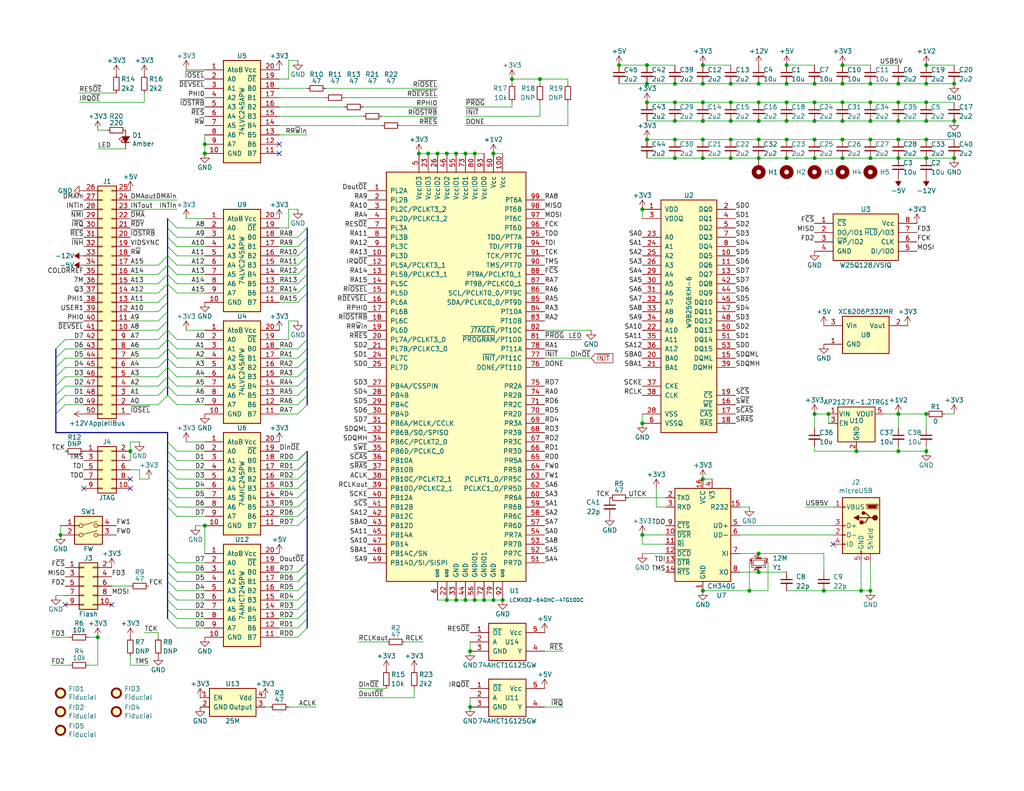
<source format=kicad_sch>
(kicad_sch (version 20230121) (generator eeschema)

  (uuid a29f8df0-3fae-4edf-8d9c-bd5a875b13e3)

  (paper "USLetter")

  (title_block
    (title "GR8RAM (GW4205B) - LCMXO2-640 / LCMXO2-1200")
    (date "2024-04-23")
    (rev "1.0")
    (company "Garrett's Workshop")
  )

  

  (junction (at 214.63 27.94) (diameter 0) (color 0 0 0 0)
    (uuid 022502e0-e724-4b75-bc35-3c5984dbeb76)
  )
  (junction (at 237.49 38.1) (diameter 0) (color 0 0 0 0)
    (uuid 02906903-531f-4284-99a4-4f72393687a1)
  )
  (junction (at 224.79 161.29) (diameter 0) (color 0 0 0 0)
    (uuid 0437abb6-6365-4357-8114-e2d537d2d6da)
  )
  (junction (at 214.63 17.78) (diameter 0) (color 0 0 0 0)
    (uuid 065b9982-55f2-4822-977e-07e8a06e7b35)
  )
  (junction (at 191.77 43.18) (diameter 0) (color 0 0 0 0)
    (uuid 09bbea88-8bd7-48ec-baae-1b4a9a11a40e)
  )
  (junction (at 207.01 151.13) (diameter 0) (color 0 0 0 0)
    (uuid 0a70b943-2fa3-44f1-a9b3-135884e77bbe)
  )
  (junction (at 128.27 193.04) (diameter 0) (color 0 0 0 0)
    (uuid 0c1c4bf2-ad38-424d-b397-78a2a50712de)
  )
  (junction (at 191.77 38.1) (diameter 0) (color 0 0 0 0)
    (uuid 0fb27e11-fde6-4a25-adbb-e9684771b369)
  )
  (junction (at 176.53 38.1) (diameter 0) (color 0 0 0 0)
    (uuid 0fb54504-e071-433c-b907-debdd7e06dbb)
  )
  (junction (at 184.15 33.02) (diameter 0) (color 0 0 0 0)
    (uuid 10804897-8051-4a12-9b89-db1ec1525e87)
  )
  (junction (at 229.87 38.1) (diameter 0) (color 0 0 0 0)
    (uuid 10b20c6b-8045-46d1-a965-0d7dd9a1b5fa)
  )
  (junction (at 191.77 33.02) (diameter 0) (color 0 0 0 0)
    (uuid 10dc8b81-0e79-4f5d-bb6c-434f63082b78)
  )
  (junction (at 176.53 27.94) (diameter 0) (color 0 0 0 0)
    (uuid 13153c59-a7e3-4093-88d8-f3fd0a68cdb2)
  )
  (junction (at 55.88 41.91) (diameter 0) (color 0 0 0 0)
    (uuid 1765d6b9-ca0e-49c2-8c3c-8ab35eb3909b)
  )
  (junction (at 252.73 17.78) (diameter 0) (color 0 0 0 0)
    (uuid 19bf9e2e-868b-4293-8c05-08ea270a2506)
  )
  (junction (at 237.49 22.86) (diameter 0) (color 0 0 0 0)
    (uuid 1bdf1324-ef7d-4f4d-9a41-28e9c858651e)
  )
  (junction (at 245.11 33.02) (diameter 0) (color 0 0 0 0)
    (uuid 1e44b557-46a8-49a6-bd8b-2970d111d2e3)
  )
  (junction (at 134.62 163.83) (diameter 0) (color 0 0 0 0)
    (uuid 20e5277b-a5e8-4eb4-a1be-51eb38a17baa)
  )
  (junction (at 121.92 163.83) (diameter 0) (color 0 0 0 0)
    (uuid 211de15d-a6d0-475b-b5c8-53f696fdcc1e)
  )
  (junction (at 245.11 123.19) (diameter 0) (color 0 0 0 0)
    (uuid 22204a20-8000-43a4-8a59-0c8fb5a490a1)
  )
  (junction (at 55.88 143.51) (diameter 0) (color 0 0 0 0)
    (uuid 2468a9d8-045a-4e06-aaef-5c853a157802)
  )
  (junction (at 214.63 38.1) (diameter 0) (color 0 0 0 0)
    (uuid 2a441f61-9bf6-402b-9f49-cde78512d59b)
  )
  (junction (at 127 41.91) (diameter 0) (color 0 0 0 0)
    (uuid 2bcf999d-cd8a-498d-8d5e-19519789ac8d)
  )
  (junction (at 260.35 33.02) (diameter 0) (color 0 0 0 0)
    (uuid 2daec3e6-c3ed-4fc0-9b25-938d9f33af02)
  )
  (junction (at 16.51 146.05) (diameter 0) (color 0 0 0 0)
    (uuid 2dc66f7e-d85d-4081-ae71-fd8851d6aeda)
  )
  (junction (at 147.32 21.59) (diameter 0) (color 0 0 0 0)
    (uuid 308e3432-1c57-47be-87dd-da0d0866399c)
  )
  (junction (at 245.11 27.94) (diameter 0) (color 0 0 0 0)
    (uuid 34ce7009-187e-4541-a14e-708b3a2903d9)
  )
  (junction (at 245.11 38.1) (diameter 0) (color 0 0 0 0)
    (uuid 3656bb3f-f8a4-4f3a-8e9a-ec6203c87a56)
  )
  (junction (at 184.15 27.94) (diameter 0) (color 0 0 0 0)
    (uuid 3f33461e-6a88-45fa-a39f-cc641394734b)
  )
  (junction (at 237.49 27.94) (diameter 0) (color 0 0 0 0)
    (uuid 3fa05934-8ad1-40a9-af5c-98ad298eb412)
  )
  (junction (at 207.01 22.86) (diameter 0) (color 0 0 0 0)
    (uuid 4fdee335-b6df-4cd6-990a-be6774a4f35f)
  )
  (junction (at 139.7 21.59) (diameter 0) (color 0 0 0 0)
    (uuid 50313af7-29fc-4aa3-b727-6efa33193871)
  )
  (junction (at 35.56 123.19) (diameter 0) (color 0 0 0 0)
    (uuid 54995369-ee78-42ef-b356-18a8920616da)
  )
  (junction (at 184.15 38.1) (diameter 0) (color 0 0 0 0)
    (uuid 5770763d-6825-49a2-8bcf-06540091cf7a)
  )
  (junction (at 119.38 41.91) (diameter 0) (color 0 0 0 0)
    (uuid 6264f1c1-98f2-4022-bb4e-2eb48e53f778)
  )
  (junction (at 207.01 33.02) (diameter 0) (color 0 0 0 0)
    (uuid 66ca01b3-51ff-4294-9b77-4492e98f6aec)
  )
  (junction (at 127 163.83) (diameter 0) (color 0 0 0 0)
    (uuid 6865c684-cff7-4cd8-9885-f3b7458ab569)
  )
  (junction (at 26.67 173.99) (diameter 0) (color 0 0 0 0)
    (uuid 6a61ffb9-4481-40f5-a4be-b3d72cc466e2)
  )
  (junction (at 252.73 43.18) (diameter 0) (color 0 0 0 0)
    (uuid 6c183445-4d30-455d-a1f5-539b79d4b5cb)
  )
  (junction (at 134.62 41.91) (diameter 0) (color 0 0 0 0)
    (uuid 6d36ff47-85d2-4bbd-aa61-88d3f31df400)
  )
  (junction (at 199.39 27.94) (diameter 0) (color 0 0 0 0)
    (uuid 7274c82d-0cb9-47de-b093-7d848f491410)
  )
  (junction (at 233.68 123.19) (diameter 0) (color 0 0 0 0)
    (uuid 7a1644f4-da52-40f4-a904-03a98db62f09)
  )
  (junction (at 252.73 33.02) (diameter 0) (color 0 0 0 0)
    (uuid 7b4762e7-77bb-481d-ba04-f793e0a6abf3)
  )
  (junction (at 252.73 113.03) (diameter 0) (color 0 0 0 0)
    (uuid 7d204f5b-eb71-4af6-ba55-6e1706ad30fe)
  )
  (junction (at 229.87 22.86) (diameter 0) (color 0 0 0 0)
    (uuid 80c4f615-fe06-4055-b547-a67fd424538a)
  )
  (junction (at 204.47 161.29) (diameter 0) (color 0 0 0 0)
    (uuid 866cc9f6-1cc4-4653-a8be-a297f477827a)
  )
  (junction (at 237.49 33.02) (diameter 0) (color 0 0 0 0)
    (uuid 87ba184f-bff5-4989-8217-6af375cc3dd8)
  )
  (junction (at 121.92 41.91) (diameter 0) (color 0 0 0 0)
    (uuid 87eb8d1f-fcc7-4edf-99c5-8cb37abd6407)
  )
  (junction (at 55.88 39.37) (diameter 0) (color 0 0 0 0)
    (uuid 8ade7975-64a0-440a-8545-11958836bf48)
  )
  (junction (at 214.63 33.02) (diameter 0) (color 0 0 0 0)
    (uuid 8b3ba7fc-20b6-43c4-a020-80151e1caecc)
  )
  (junction (at 199.39 43.18) (diameter 0) (color 0 0 0 0)
    (uuid 8b963561-586b-4575-b721-87e7914602c6)
  )
  (junction (at 245.11 113.03) (diameter 0) (color 0 0 0 0)
    (uuid 8c0f88b5-303f-40ca-95f8-f7522d83656d)
  )
  (junction (at 191.77 161.29) (diameter 0) (color 0 0 0 0)
    (uuid 8f2d4a89-4dd2-451a-bd91-d067e91384e0)
  )
  (junction (at 175.26 57.15) (diameter 0) (color 0 0 0 0)
    (uuid 8fc062a7-114d-48eb-a8f8-71128838f380)
  )
  (junction (at 207.01 38.1) (diameter 0) (color 0 0 0 0)
    (uuid 90dcd4ff-861c-4f35-aa5f-4ec5fa685df6)
  )
  (junction (at 222.25 113.03) (diameter 0) (color 0 0 0 0)
    (uuid 93a559c8-97da-47c1-8d23-6dd7282fc30c)
  )
  (junction (at 132.08 163.83) (diameter 0) (color 0 0 0 0)
    (uuid 9559df4d-9461-4aa3-a3ab-5490816fb124)
  )
  (junction (at 191.77 130.81) (diameter 0) (color 0 0 0 0)
    (uuid 9596e4bc-977c-4247-b1d9-05bbfb34ae02)
  )
  (junction (at 129.54 41.91) (diameter 0) (color 0 0 0 0)
    (uuid 989202af-2a47-4f31-8922-d0a9db7ba97f)
  )
  (junction (at 229.87 33.02) (diameter 0) (color 0 0 0 0)
    (uuid 9e2492fd-e074-42db-8129-fe39460dc1e0)
  )
  (junction (at 237.49 43.18) (diameter 0) (color 0 0 0 0)
    (uuid a2eefd7b-6d7e-4369-929c-af4c7c384981)
  )
  (junction (at 176.53 22.86) (diameter 0) (color 0 0 0 0)
    (uuid aadbfc74-fd2b-4970-a3f7-559fddf6b340)
  )
  (junction (at 168.91 17.78) (diameter 0) (color 0 0 0 0)
    (uuid ac41cded-e57b-43ef-9eb8-d7cee1f42c9d)
  )
  (junction (at 229.87 27.94) (diameter 0) (color 0 0 0 0)
    (uuid ad123c82-8eb5-42a4-a6e6-a5a116411fdd)
  )
  (junction (at 222.25 33.02) (diameter 0) (color 0 0 0 0)
    (uuid af758230-288a-4391-86a3-c580acfdea4c)
  )
  (junction (at 191.77 22.86) (diameter 0) (color 0 0 0 0)
    (uuid afa97180-1a7d-40b6-9538-c57db367999a)
  )
  (junction (at 207.01 156.21) (diameter 0) (color 0 0 0 0)
    (uuid b5ad0d15-22b6-477a-ac91-25ad942c21db)
  )
  (junction (at 199.39 22.86) (diameter 0) (color 0 0 0 0)
    (uuid b66b83a0-313f-4b03-b851-c6e9577a6eb7)
  )
  (junction (at 128.27 177.8) (diameter 0) (color 0 0 0 0)
    (uuid b794d099-f823-4d35-9755-ca1c45247ee9)
  )
  (junction (at 199.39 38.1) (diameter 0) (color 0 0 0 0)
    (uuid b8c8c7a1-d546-4878-9de9-463ec76dff98)
  )
  (junction (at 252.73 27.94) (diameter 0) (color 0 0 0 0)
    (uuid c593491c-ec91-4b5b-beac-1de90725bd7b)
  )
  (junction (at 229.87 17.78) (diameter 0) (color 0 0 0 0)
    (uuid c693a515-8093-4d5b-b9bf-334dff5f7b83)
  )
  (junction (at 184.15 43.18) (diameter 0) (color 0 0 0 0)
    (uuid c8c216aa-7768-49e6-bff2-36ed2c91e3f6)
  )
  (junction (at 222.25 27.94) (diameter 0) (color 0 0 0 0)
    (uuid cb02d036-232b-4d6d-b0b4-961f78cb5e70)
  )
  (junction (at 114.3 41.91) (diameter 0) (color 0 0 0 0)
    (uuid cba3fca6-48f0-4345-a5f0-9bfa029d8fc8)
  )
  (junction (at 252.73 38.1) (diameter 0) (color 0 0 0 0)
    (uuid ccf2d526-7f49-4fa6-8853-ec3252fef3bf)
  )
  (junction (at 214.63 22.86) (diameter 0) (color 0 0 0 0)
    (uuid cd17f08e-5cba-4621-8cc4-973929772807)
  )
  (junction (at 214.63 43.18) (diameter 0) (color 0 0 0 0)
    (uuid ce7b5210-765d-4855-bbb3-0ef10b97e821)
  )
  (junction (at 175.26 115.57) (diameter 0) (color 0 0 0 0)
    (uuid d0cd3439-276c-41ba-b38d-f84f6da38415)
  )
  (junction (at 260.35 22.86) (diameter 0) (color 0 0 0 0)
    (uuid d33675b9-acfc-4edc-92d2-0b105a57b19c)
  )
  (junction (at 222.25 22.86) (diameter 0) (color 0 0 0 0)
    (uuid d3798a45-8d5c-4a00-80c5-1899f3fffe6b)
  )
  (junction (at 207.01 27.94) (diameter 0) (color 0 0 0 0)
    (uuid d655bb0a-cbf9-4908-ad60-7024ff468fbd)
  )
  (junction (at 175.26 146.05) (diameter 0) (color 0 0 0 0)
    (uuid d9127ed4-2057-4a37-99d9-9564ed19e399)
  )
  (junction (at 252.73 22.86) (diameter 0) (color 0 0 0 0)
    (uuid d92ed510-2589-4d95-9734-272280536f73)
  )
  (junction (at 237.49 161.29) (diameter 0) (color 0 0 0 0)
    (uuid dbe1786c-b436-42a5-bdc9-1895b4d52a4e)
  )
  (junction (at 191.77 27.94) (diameter 0) (color 0 0 0 0)
    (uuid dbfc7e42-552a-4494-a451-c4ef6ddc5ed3)
  )
  (junction (at 245.11 22.86) (diameter 0) (color 0 0 0 0)
    (uuid dcfaa9a0-4311-418d-9bec-92db07477d76)
  )
  (junction (at 234.95 161.29) (diameter 0) (color 0 0 0 0)
    (uuid dda9c0b0-306f-4179-9160-4e642a3320f3)
  )
  (junction (at 199.39 33.02) (diameter 0) (color 0 0 0 0)
    (uuid de552ae9-cde6-4643-8cc7-9de2579dadae)
  )
  (junction (at 184.15 22.86) (diameter 0) (color 0 0 0 0)
    (uuid e3506e1c-8348-4de3-924e-466459c15838)
  )
  (junction (at 176.53 17.78) (diameter 0) (color 0 0 0 0)
    (uuid e5623370-8c36-40dc-a32f-38bfc25e52ab)
  )
  (junction (at 124.46 163.83) (diameter 0) (color 0 0 0 0)
    (uuid e580c1d1-f2af-469d-80f9-7abdf4efbba9)
  )
  (junction (at 260.35 43.18) (diameter 0) (color 0 0 0 0)
    (uuid e778072e-d6a9-4b06-b15a-c71e5351616b)
  )
  (junction (at 129.54 163.83) (diameter 0) (color 0 0 0 0)
    (uuid e8c43b12-b522-4a2e-a649-33387367b86a)
  )
  (junction (at 245.11 43.18) (diameter 0) (color 0 0 0 0)
    (uuid eb6a726e-fed9-4891-95fa-b4d4a5f77b35)
  )
  (junction (at 207.01 43.18) (diameter 0) (color 0 0 0 0)
    (uuid ec8da9e3-49a5-4279-9d3a-5934986ee18c)
  )
  (junction (at 191.77 17.78) (diameter 0) (color 0 0 0 0)
    (uuid eccc3abe-9722-44b0-82d1-fe2f045a438f)
  )
  (junction (at 226.06 113.03) (diameter 0) (color 0 0 0 0)
    (uuid f3d50286-4863-4fab-abb9-554b94f7e8b5)
  )
  (junction (at 222.25 38.1) (diameter 0) (color 0 0 0 0)
    (uuid f503ea07-bcf1-4924-930a-6f7e9cd312f8)
  )
  (junction (at 229.87 43.18) (diameter 0) (color 0 0 0 0)
    (uuid f6a3288e-9575-42bb-af05-a920d59aded8)
  )
  (junction (at 116.84 41.91) (diameter 0) (color 0 0 0 0)
    (uuid f8be3ae0-f203-407b-88fc-3e8cd7f35e13)
  )
  (junction (at 124.46 41.91) (diameter 0) (color 0 0 0 0)
    (uuid fc7f7ed1-d3cc-4297-9d8c-9f9b979b195e)
  )
  (junction (at 252.73 123.19) (diameter 0) (color 0 0 0 0)
    (uuid fd8eb6bb-387a-460f-b161-b4dab6d472d0)
  )
  (junction (at 222.25 43.18) (diameter 0) (color 0 0 0 0)
    (uuid fe6d9604-2924-4f38-950b-a31e8a281973)
  )
  (junction (at 137.16 163.83) (diameter 0) (color 0 0 0 0)
    (uuid ffab4730-6c32-4f0d-811a-1bdfadf8a9ae)
  )

  (no_connect (at 17.78 165.1) (uuid 015f5586-ba76-4a98-9114-f5cd2c67134d))
  (no_connect (at 227.33 148.59) (uuid 0aec6fd3-b203-40c6-abfd-574b16ddc913))
  (no_connect (at 22.86 133.35) (uuid 1cb22080-0f59-4c18-a6e6-8685ef44ec53))
  (no_connect (at 76.2 41.91) (uuid 341dde39-440e-4d05-8def-6a5cecefd88c))
  (no_connect (at 30.48 165.1) (uuid 541721d1-074b-496e-a833-813044b3e8ca))
  (no_connect (at 35.56 130.81) (uuid 8bdea5f6-7a53-427a-92b8-fd15994c2e8c))
  (no_connect (at 35.56 133.35) (uuid a599509f-fbb9-4db4-9adf-9e96bab1138d))
  (no_connect (at 76.2 39.37) (uuid e7893166-2c2c-41b4-bd84-76ebc2e06551))

  (bus_entry (at 83.82 77.47) (size -2.54 2.54)
    (stroke (width 0) (type default))
    (uuid 008da5b9-6f95-4113-b7d0-d93ac62efd33)
  )
  (bus_entry (at 45.72 80.01) (size -2.54 2.54)
    (stroke (width 0) (type default))
    (uuid 009b5465-0a65-4237-93e7-eb65321eeb18)
  )
  (bus_entry (at 45.72 82.55) (size -2.54 2.54)
    (stroke (width 0) (type default))
    (uuid 00f3ea8b-8a54-4e56-84ff-d98f6c00496c)
  )
  (bus_entry (at 15.24 97.79) (size 2.54 -2.54)
    (stroke (width 0) (type default))
    (uuid 014d13cd-26ad-4d0e-86ad-a43b541cab14)
  )
  (bus_entry (at 81.28 100.33) (size 2.54 -2.54)
    (stroke (width 0) (type default))
    (uuid 04cf2f2c-74bf-400d-b4f6-201720df00ed)
  )
  (bus_entry (at 48.26 110.49) (size -2.54 -2.54)
    (stroke (width 0) (type default))
    (uuid 0a1a4d88-972a-46ce-b25e-6cb796bd41f7)
  )
  (bus_entry (at 81.28 140.97) (size 2.54 -2.54)
    (stroke (width 0) (type default))
    (uuid 0ceb97d6-1b0f-4b71-921e-b0955c30c998)
  )
  (bus_entry (at 83.82 64.77) (size -2.54 2.54)
    (stroke (width 0) (type default))
    (uuid 0fafc6b9-fd35-4a55-9270-7a8e7ce3cb13)
  )
  (bus_entry (at 45.72 156.21) (size 2.54 2.54)
    (stroke (width 0) (type default))
    (uuid 105da47c-5c6c-41aa-90f4-6c817e621cec)
  )
  (bus_entry (at 45.72 168.91) (size 2.54 2.54)
    (stroke (width 0) (type default))
    (uuid 108a67e6-fb8b-4ab8-8ee1-db9cee43c7db)
  )
  (bus_entry (at 45.72 97.79) (size -2.54 2.54)
    (stroke (width 0) (type default))
    (uuid 1199146e-a60b-416a-b503-e77d6d2892f9)
  )
  (bus_entry (at 81.28 143.51) (size 2.54 -2.54)
    (stroke (width 0) (type default))
    (uuid 1241b7f2-e266-4f5c-8a97-9f0f9d0eef37)
  )
  (bus_entry (at 81.28 128.27) (size 2.54 -2.54)
    (stroke (width 0) (type default))
    (uuid 18c61c95-8af1-4986-b67e-c7af9c15ab6b)
  )
  (bus_entry (at 45.72 123.19) (size 2.54 2.54)
    (stroke (width 0) (type default))
    (uuid 18d11f32-e1a6-4f29-8e3c-0bfeb07299bd)
  )
  (bus_entry (at 81.28 97.79) (size 2.54 -2.54)
    (stroke (width 0) (type default))
    (uuid 1bdd5841-68b7-42e2-9447-cbdb608d8a08)
  )
  (bus_entry (at 45.72 77.47) (size -2.54 2.54)
    (stroke (width 0) (type default))
    (uuid 221bef83-3ea7-4d3f-adeb-53a8a07c6273)
  )
  (bus_entry (at 83.82 67.31) (size -2.54 2.54)
    (stroke (width 0) (type default))
    (uuid 27b2eb82-662b-42d8-90e6-830fec4bb8d2)
  )
  (bus_entry (at 81.28 105.41) (size 2.54 -2.54)
    (stroke (width 0) (type default))
    (uuid 2878a73c-5447-4cd9-8194-14f52ab9459c)
  )
  (bus_entry (at 45.72 72.39) (size 2.54 2.54)
    (stroke (width 0) (type default))
    (uuid 29bb7297-26fb-4776-9266-2355d022bab0)
  )
  (bus_entry (at 48.26 95.25) (size -2.54 -2.54)
    (stroke (width 0) (type default))
    (uuid 30c33e3e-fb78-498d-bffe-76273d527004)
  )
  (bus_entry (at 45.72 163.83) (size 2.54 2.54)
    (stroke (width 0) (type default))
    (uuid 31c52988-d21c-471c-87d4-c7c992fea756)
  )
  (bus_entry (at 81.28 133.35) (size 2.54 -2.54)
    (stroke (width 0) (type default))
    (uuid 35ef9c4a-35f6-467b-a704-b1d9354880cf)
  )
  (bus_entry (at 45.72 77.47) (size 2.54 2.54)
    (stroke (width 0) (type default))
    (uuid 36d783e7-096f-4c97-9672-7e08c083b87b)
  )
  (bus_entry (at 15.24 107.95) (size 2.54 -2.54)
    (stroke (width 0) (type default))
    (uuid 443bc73a-8dc0-4e2f-a292-a5eff00efa5b)
  )
  (bus_entry (at 81.28 107.95) (size 2.54 -2.54)
    (stroke (width 0) (type default))
    (uuid 44646447-0a8e-4aec-a74e-22bf765d0f33)
  )
  (bus_entry (at 81.28 173.99) (size 2.54 -2.54)
    (stroke (width 0) (type default))
    (uuid 46c00e8f-d3d6-4dcc-812b-9e3f0bf72e27)
  )
  (bus_entry (at 45.72 107.95) (size -2.54 2.54)
    (stroke (width 0) (type default))
    (uuid 477892a1-722e-4cda-bb6c-fcdb8ba5f93e)
  )
  (bus_entry (at 45.72 102.87) (size -2.54 2.54)
    (stroke (width 0) (type default))
    (uuid 479331ff-c540-41f4-84e6-b48d65171e59)
  )
  (bus_entry (at 45.72 153.67) (size 2.54 2.54)
    (stroke (width 0) (type default))
    (uuid 4abe4bd4-7218-4e59-ba8c-15b6a1b8d060)
  )
  (bus_entry (at 45.72 72.39) (size -2.54 2.54)
    (stroke (width 0) (type default))
    (uuid 4ba06b66-7669-4c70-b585-f5d4c9c33527)
  )
  (bus_entry (at 45.72 64.77) (size 2.54 2.54)
    (stroke (width 0) (type default))
    (uuid 4c843bdb-6c9e-40dd-85e2-0567846e18ba)
  )
  (bus_entry (at 45.72 85.09) (size -2.54 2.54)
    (stroke (width 0) (type default))
    (uuid 4d586a18-26c5-441e-a9ff-8125ee516126)
  )
  (bus_entry (at 81.28 158.75) (size 2.54 -2.54)
    (stroke (width 0) (type default))
    (uuid 4dc9aa30-df58-4420-b0e2-d5162c5d3fb5)
  )
  (bus_entry (at 81.28 128.27) (size 2.54 -2.54)
    (stroke (width 0) (type default))
    (uuid 4e27930e-1827-4788-aa6b-487321d46602)
  )
  (bus_entry (at 45.72 161.29) (size 2.54 2.54)
    (stroke (width 0) (type default))
    (uuid 4f43d1af-3d98-46aa-a62f-1418edbe0428)
  )
  (bus_entry (at 81.28 166.37) (size 2.54 -2.54)
    (stroke (width 0) (type default))
    (uuid 55ad350b-eb92-4e6e-b89f-a329b6e11db2)
  )
  (bus_entry (at 48.26 102.87) (size -2.54 -2.54)
    (stroke (width 0) (type default))
    (uuid 57276367-9ce4-4738-88d7-6e8cb94c966c)
  )
  (bus_entry (at 48.26 97.79) (size -2.54 -2.54)
    (stroke (width 0) (type default))
    (uuid 5b0a5a46-7b51-4262-a80e-d33dd1806615)
  )
  (bus_entry (at 83.82 74.93) (size -2.54 2.54)
    (stroke (width 0) (type default))
    (uuid 5d3d7893-1d11-4f1d-9052-85cf0e07d281)
  )
  (bus_entry (at 45.72 59.69) (size 2.54 2.54)
    (stroke (width 0) (type default))
    (uuid 60aa0ce8-9d0e-48ca-bbf9-866403979e9b)
  )
  (bus_entry (at 45.72 95.25) (size -2.54 2.54)
    (stroke (width 0) (type default))
    (uuid 60ff6322-62e2-4602-9bc0-7a0f0a5ecfbf)
  )
  (bus_entry (at 81.28 125.73) (size 2.54 -2.54)
    (stroke (width 0) (type default))
    (uuid 6241e6d3-a754-45b6-9f7c-e43019b93226)
  )
  (bus_entry (at 45.72 120.65) (size 2.54 2.54)
    (stroke (width 0) (type default))
    (uuid 6325c32f-c82a-4357-b022-f9c7e76f412e)
  )
  (bus_entry (at 15.24 102.87) (size 2.54 -2.54)
    (stroke (width 0) (type default))
    (uuid 633292d3-80c5-4986-be82-ce926e9f09f4)
  )
  (bus_entry (at 83.82 92.71) (size -2.54 2.54)
    (stroke (width 0) (type default))
    (uuid 63c56ea4-91a3-4172-b9de-a4388cc8f894)
  )
  (bus_entry (at 81.28 168.91) (size 2.54 -2.54)
    (stroke (width 0) (type default))
    (uuid 6541fa38-0e41-4c98-ad32-14bc8c630bfa)
  )
  (bus_entry (at 83.82 62.23) (size -2.54 2.54)
    (stroke (width 0) (type default))
    (uuid 66218487-e316-4467-9eba-79d4626ab24e)
  )
  (bus_entry (at 45.72 130.81) (size 2.54 2.54)
    (stroke (width 0) (type default))
    (uuid 6afc19cf-38b4-47a3-bc2b-445b18724310)
  )
  (bus_entry (at 45.72 62.23) (size 2.54 2.54)
    (stroke (width 0) (type default))
    (uuid 6ffdf05e-e119-49f9-85e9-13e4901df42a)
  )
  (bus_entry (at 45.72 67.31) (size 2.54 2.54)
    (stroke (width 0) (type default))
    (uuid 72b36951-3ec7-4569-9c88-cf9b4afe1cae)
  )
  (bus_entry (at 15.24 100.33) (size 2.54 -2.54)
    (stroke (width 0) (type default))
    (uuid 7744b6ee-910d-401d-b730-65c35d3d8092)
  )
  (bus_entry (at 83.82 72.39) (size -2.54 2.54)
    (stroke (width 0) (type default))
    (uuid 79476267-290e-445f-995b-0afd0e11a4b5)
  )
  (bus_entry (at 15.24 113.03) (size 2.54 -2.54)
    (stroke (width 0) (type default))
    (uuid 83021f70-e61e-4ad3-bae7-b9f02b28be4f)
  )
  (bus_entry (at 45.72 128.27) (size 2.54 2.54)
    (stroke (width 0) (type default))
    (uuid 84d296ba-3d39-4264-ad19-947f90c54396)
  )
  (bus_entry (at 45.72 166.37) (size 2.54 2.54)
    (stroke (width 0) (type default))
    (uuid 874da5cb-ce33-4383-8816-4b558ee9b58a)
  )
  (bus_entry (at 81.28 156.21) (size 2.54 -2.54)
    (stroke (width 0) (type default))
    (uuid 8851736d-89fa-4e62-a9c6-37e52ac38ddf)
  )
  (bus_entry (at 83.82 69.85) (size -2.54 2.54)
    (stroke (width 0) (type default))
    (uuid 8b290a17-6328-4178-9131-29524d345539)
  )
  (bus_entry (at 81.28 163.83) (size 2.54 -2.54)
    (stroke (width 0) (type default))
    (uuid 8f65c21d-3ed3-4911-931d-96850fde57ab)
  )
  (bus_entry (at 81.28 171.45) (size 2.54 -2.54)
    (stroke (width 0) (type default))
    (uuid 9175a5f7-31a3-48f6-ba52-e2c79b38ee9d)
  )
  (bus_entry (at 45.72 87.63) (size -2.54 2.54)
    (stroke (width 0) (type default))
    (uuid 9186fd02-f30d-4e17-aa38-378ab73e3908)
  )
  (bus_entry (at 81.28 102.87) (size 2.54 -2.54)
    (stroke (width 0) (type default))
    (uuid 955cc99e-a129-42cf-abc7-aa99813fdb5f)
  )
  (bus_entry (at 15.24 95.25) (size 2.54 -2.54)
    (stroke (width 0) (type default))
    (uuid a25b7e01-1754-4cc9-8a14-3d9c461e5af5)
  )
  (bus_entry (at 81.28 158.75) (size 2.54 -2.54)
    (stroke (width 0) (type default))
    (uuid a3fce47f-e083-4905-aa8a-cc22bbd3c60a)
  )
  (bus_entry (at 81.28 156.21) (size 2.54 -2.54)
    (stroke (width 0) (type default))
    (uuid a5f7b8c9-8140-42be-b5f8-0be9ed9c3434)
  )
  (bus_entry (at 81.28 138.43) (size 2.54 -2.54)
    (stroke (width 0) (type default))
    (uuid a7f25f41-0b4c-4430-b6cd-b2160b2db099)
  )
  (bus_entry (at 45.72 125.73) (size 2.54 2.54)
    (stroke (width 0) (type default))
    (uuid a90361cd-254c-4d27-ae1f-9a6c85bafe28)
  )
  (bus_entry (at 45.72 90.17) (size -2.54 2.54)
    (stroke (width 0) (type default))
    (uuid aa130053-a451-4f12-97f7-3d4d891a5f83)
  )
  (bus_entry (at 83.82 80.01) (size -2.54 2.54)
    (stroke (width 0) (type default))
    (uuid aeb03be9-98f0-43f6-9432-1bb35aa04bab)
  )
  (bus_entry (at 45.72 105.41) (size -2.54 2.54)
    (stroke (width 0) (type default))
    (uuid b09666f9-12f1-4ee9-8877-2292c94258ca)
  )
  (bus_entry (at 45.72 74.93) (size -2.54 2.54)
    (stroke (width 0) (type default))
    (uuid b52d6ff3-fef1-496e-8dd5-ebb89b6bce6a)
  )
  (bus_entry (at 81.28 135.89) (size 2.54 -2.54)
    (stroke (width 0) (type default))
    (uuid b8b961e9-8a60-45fc-999a-a7a3baff4e0d)
  )
  (bus_entry (at 45.72 69.85) (size -2.54 2.54)
    (stroke (width 0) (type default))
    (uuid bc0dbc57-3ae8-4ce5-a05c-2d6003bba475)
  )
  (bus_entry (at 48.26 105.41) (size -2.54 -2.54)
    (stroke (width 0) (type default))
    (uuid bdf40d30-88ff-4479-bad1-69529464b61b)
  )
  (bus_entry (at 45.72 151.13) (size 2.54 2.54)
    (stroke (width 0) (type default))
    (uuid c1fd87b2-02a9-4b95-a802-07c37886ff79)
  )
  (bus_entry (at 81.28 113.03) (size 2.54 -2.54)
    (stroke (width 0) (type default))
    (uuid c25449d6-d734-4953-b762-98f82a830248)
  )
  (bus_entry (at 48.26 92.71) (size -2.54 -2.54)
    (stroke (width 0) (type default))
    (uuid c3b3d7f4-943f-4cff-b180-87ef3e1bcbff)
  )
  (bus_entry (at 81.28 130.81) (size 2.54 -2.54)
    (stroke (width 0) (type default))
    (uuid c8a44971-63c1-4a19-879d-b6647b2dc08d)
  )
  (bus_entry (at 45.72 138.43) (size 2.54 2.54)
    (stroke (width 0) (type default))
    (uuid c8a7af6e-c432-4fa3-91ee-c8bf0c5a9ebe)
  )
  (bus_entry (at 48.26 107.95) (size -2.54 -2.54)
    (stroke (width 0) (type default))
    (uuid c9b9e62d-dede-4d1a-9a05-275614f8bdb2)
  )
  (bus_entry (at 45.72 74.93) (size 2.54 2.54)
    (stroke (width 0) (type default))
    (uuid cb6062da-8dcd-4826-92fd-4071e9e97213)
  )
  (bus_entry (at 45.72 100.33) (size -2.54 2.54)
    (stroke (width 0) (type default))
    (uuid cc15f583-a41b-43af-ba94-a75455506a96)
  )
  (bus_entry (at 15.24 110.49) (size 2.54 -2.54)
    (stroke (width 0) (type default))
    (uuid cc75e5ae-3348-4e7a-bd16-4df685ee47bd)
  )
  (bus_entry (at 45.72 135.89) (size 2.54 2.54)
    (stroke (width 0) (type default))
    (uuid d01102e9-b170-4eb1-a0a4-9a31feb850b7)
  )
  (bus_entry (at 81.28 110.49) (size 2.54 -2.54)
    (stroke (width 0) (type default))
    (uuid d7e4abd8-69f5-4706-b12e-898194e5bf56)
  )
  (bus_entry (at 15.24 105.41) (size 2.54 -2.54)
    (stroke (width 0) (type default))
    (uuid dda1e6ca-91ec-4136-b90b-3c54d79454b9)
  )
  (bus_entry (at 45.72 158.75) (size 2.54 2.54)
    (stroke (width 0) (type default))
    (uuid e4391a72-3ea7-4267-ba65-713115e4ff22)
  )
  (bus_entry (at 48.26 100.33) (size -2.54 -2.54)
    (stroke (width 0) (type default))
    (uuid e5217a0c-7f55-4c30-adda-7f8d95709d1b)
  )
  (bus_entry (at 81.28 161.29) (size 2.54 -2.54)
    (stroke (width 0) (type default))
    (uuid e6f41cc6-1e16-47f2-b5a2-edf32f8c7156)
  )
  (bus_entry (at 45.72 92.71) (size -2.54 2.54)
    (stroke (width 0) (type default))
    (uuid e7369115-d491-4ef3-be3d-f5298992c3e8)
  )
  (bus_entry (at 45.72 69.85) (size 2.54 2.54)
    (stroke (width 0) (type default))
    (uuid eb8d02e9-145c-465d-b6a8-bae84d47a94b)
  )
  (bus_entry (at 81.28 125.73) (size 2.54 -2.54)
    (stroke (width 0) (type default))
    (uuid f357ddb5-3f44-43b0-b00d-d64f5c62ba4a)
  )
  (bus_entry (at 45.72 133.35) (size 2.54 2.54)
    (stroke (width 0) (type default))
    (uuid fe14c012-3d58-4e5e-9a37-4b9765a7f764)
  )

  (wire (pts (xy 245.11 116.84) (xy 245.11 113.03))
    (stroke (width 0) (type default))
    (uuid 0008c943-3dd6-4a01-96aa-0394a71c6a7b)
  )
  (wire (pts (xy 175.26 115.57) (xy 175.26 113.03))
    (stroke (width 0) (type default))
    (uuid 00e38d63-5436-49db-81f5-697421f168fc)
  )
  (wire (pts (xy 48.26 64.77) (xy 55.88 64.77))
    (stroke (width 0) (type default))
    (uuid 011ee658-718d-416a-85fd-961729cd1ee5)
  )
  (wire (pts (xy 234.95 161.29) (xy 224.79 161.29))
    (stroke (width 0) (type default))
    (uuid 012317a0-a7f6-48c1-9cec-ba02741e5149)
  )
  (wire (pts (xy 175.26 151.13) (xy 181.61 151.13))
    (stroke (width 0) (type default))
    (uuid 03c28709-452b-41bb-8209-ee7ff5f7e12d)
  )
  (wire (pts (xy 214.63 17.78) (xy 222.25 17.78))
    (stroke (width 0) (type default))
    (uuid 046ca2d8-3ca1-4c64-8090-c45e9adcf30e)
  )
  (wire (pts (xy 34.29 40.64) (xy 26.67 40.64))
    (stroke (width 0) (type default))
    (uuid 048bfd7b-b154-46f8-ae02-f508026d6a38)
  )
  (wire (pts (xy 39.37 25.4) (xy 39.37 27.94))
    (stroke (width 0) (type default))
    (uuid 050d5041-75ed-4f73-97bb-8f38dab85f59)
  )
  (wire (pts (xy 35.56 102.87) (xy 43.18 102.87))
    (stroke (width 0) (type default))
    (uuid 0520f61d-4522-4301-a3fa-8ed0bf060f69)
  )
  (wire (pts (xy 43.18 172.72) (xy 39.37 172.72))
    (stroke (width 0) (type default))
    (uuid 0554bea0-89b2-4e25-9ea3-4c73921c94cb)
  )
  (bus (pts (xy 45.72 102.87) (xy 45.72 105.41))
    (stroke (width 0) (type default))
    (uuid 06aa4d63-54fd-4ea9-bc14-d46ce29463e8)
  )

  (wire (pts (xy 13.97 181.61) (xy 19.05 181.61))
    (stroke (width 0) (type default))
    (uuid 074cd8c5-45d2-48a0-908b-0c1a4ca96a27)
  )
  (wire (pts (xy 222.25 43.18) (xy 229.87 43.18))
    (stroke (width 0) (type default))
    (uuid 082aed28-f9e8-49e7-96ee-b5aa9f0319c7)
  )
  (bus (pts (xy 83.82 80.01) (xy 83.82 92.71))
    (stroke (width 0) (type default))
    (uuid 09021c9d-fb5f-49e1-ba7c-c21435e561a6)
  )

  (wire (pts (xy 76.2 29.21) (xy 93.98 29.21))
    (stroke (width 0) (type default))
    (uuid 0977298e-d760-4cd0-9bd4-60b3122ba3aa)
  )
  (wire (pts (xy 237.49 153.67) (xy 237.49 161.29))
    (stroke (width 0) (type default))
    (uuid 0beb6602-b993-47d2-88a4-0194904b3286)
  )
  (wire (pts (xy 121.92 41.91) (xy 124.46 41.91))
    (stroke (width 0) (type default))
    (uuid 0c61f4d7-6c32-4738-bdcf-607d90c6cd78)
  )
  (wire (pts (xy 17.78 95.25) (xy 22.86 95.25))
    (stroke (width 0) (type default))
    (uuid 0cbeb329-a88d-4a47-a5c2-a1d693de2f8c)
  )
  (bus (pts (xy 45.72 95.25) (xy 45.72 97.79))
    (stroke (width 0) (type default))
    (uuid 0db3a4ae-3ea3-4c7e-8e92-2deac5406ee4)
  )
  (bus (pts (xy 83.82 69.85) (xy 83.82 72.39))
    (stroke (width 0) (type default))
    (uuid 0e1dff80-5beb-4f26-bd8b-beb7d6138194)
  )
  (bus (pts (xy 45.72 100.33) (xy 45.72 102.87))
    (stroke (width 0) (type default))
    (uuid 0e827e9d-19d0-4830-adee-e829669aa4c6)
  )
  (bus (pts (xy 15.24 113.03) (xy 15.24 118.11))
    (stroke (width 0) (type default))
    (uuid 0fa50f25-2088-41a0-bcf9-363465cb9c86)
  )
  (bus (pts (xy 83.82 163.83) (xy 83.82 166.37))
    (stroke (width 0) (type default))
    (uuid 0ff30fba-30a2-4089-a46d-d7ba202c4e7e)
  )

  (wire (pts (xy 76.2 143.51) (xy 81.28 143.51))
    (stroke (width 0) (type default))
    (uuid 12a24e86-2c38-4685-bba9-fff8dddb4cb0)
  )
  (wire (pts (xy 35.56 120.65) (xy 38.1 120.65))
    (stroke (width 0) (type default))
    (uuid 12b8e931-eeee-431e-bf72-a18cb8cf2e90)
  )
  (wire (pts (xy 260.35 27.94) (xy 252.73 27.94))
    (stroke (width 0) (type default))
    (uuid 13d8cd78-bf5c-4899-a105-46ef76a1b75b)
  )
  (wire (pts (xy 35.56 87.63) (xy 43.18 87.63))
    (stroke (width 0) (type default))
    (uuid 143ed874-a01f-4ced-ba4e-bbb66ddd1f70)
  )
  (wire (pts (xy 168.91 22.86) (xy 176.53 22.86))
    (stroke (width 0) (type default))
    (uuid 155da67f-89b4-4675-ac25-e53c892c3900)
  )
  (wire (pts (xy 184.15 38.1) (xy 191.77 38.1))
    (stroke (width 0) (type default))
    (uuid 162e5bdd-61a8-46a3-8485-826b5d58e1a1)
  )
  (wire (pts (xy 229.87 43.18) (xy 237.49 43.18))
    (stroke (width 0) (type default))
    (uuid 165f4d8d-26a9-4cf2-a8d6-9936cd983be4)
  )
  (wire (pts (xy 132.08 163.83) (xy 134.62 163.83))
    (stroke (width 0) (type default))
    (uuid 16e03cb5-73d2-4813-8478-4a100c3a1430)
  )
  (wire (pts (xy 171.45 135.89) (xy 181.61 135.89))
    (stroke (width 0) (type default))
    (uuid 18634be7-8167-4641-91db-43ff5d89f2f4)
  )
  (wire (pts (xy 129.54 163.83) (xy 132.08 163.83))
    (stroke (width 0) (type default))
    (uuid 199429ca-7463-4f63-9f3e-12e3d2e34333)
  )
  (wire (pts (xy 50.8 120.65) (xy 55.88 120.65))
    (stroke (width 0) (type default))
    (uuid 1b1229bf-01c0-41ae-a202-d4f4cb303105)
  )
  (wire (pts (xy 245.11 123.19) (xy 233.68 123.19))
    (stroke (width 0) (type default))
    (uuid 1c0de80e-c764-4d0d-8291-57e8ed1d0e6b)
  )
  (bus (pts (xy 45.72 166.37) (xy 45.72 168.91))
    (stroke (width 0) (type default))
    (uuid 1d24be20-04e0-4a5e-ac3c-65d641a06c2f)
  )

  (wire (pts (xy 76.2 158.75) (xy 81.28 158.75))
    (stroke (width 0) (type default))
    (uuid 1d711867-ca7d-48d7-9c26-bdeba970eb4c)
  )
  (wire (pts (xy 48.26 100.33) (xy 55.88 100.33))
    (stroke (width 0) (type default))
    (uuid 1f9ae101-c652-4998-a503-17aedf3d5746)
  )
  (bus (pts (xy 83.82 72.39) (xy 83.82 74.93))
    (stroke (width 0) (type default))
    (uuid 2003b036-8b3c-4aca-b184-4e1151380b3d)
  )

  (wire (pts (xy 76.2 107.95) (xy 81.28 107.95))
    (stroke (width 0) (type default))
    (uuid 2035ea48-3ef5-4d7f-8c3c-50981b30c89a)
  )
  (wire (pts (xy 237.49 43.18) (xy 245.11 43.18))
    (stroke (width 0) (type default))
    (uuid 20a2261f-62e5-4ad7-b439-fce5f4c7db89)
  )
  (wire (pts (xy 35.56 181.61) (xy 40.64 181.61))
    (stroke (width 0) (type default))
    (uuid 22962957-1efd-404d-83db-5b233b6c15b0)
  )
  (wire (pts (xy 48.26 135.89) (xy 55.88 135.89))
    (stroke (width 0) (type default))
    (uuid 22bb6c80-05a9-4d89-98b0-f4c23fe6c1ce)
  )
  (wire (pts (xy 219.71 138.43) (xy 227.33 138.43))
    (stroke (width 0) (type default))
    (uuid 24d15e40-2b80-460d-b70e-9d3f18ac5e2e)
  )
  (wire (pts (xy 214.63 43.18) (xy 222.25 43.18))
    (stroke (width 0) (type default))
    (uuid 25802047-e86c-4d26-a27e-a145ce4b9ee5)
  )
  (wire (pts (xy 76.2 34.29) (xy 104.14 34.29))
    (stroke (width 0) (type default))
    (uuid 259343ca-ade8-47cc-bba5-10b7ccfc9edb)
  )
  (wire (pts (xy 222.25 27.94) (xy 229.87 27.94))
    (stroke (width 0) (type default))
    (uuid 25eb34a0-4bff-4078-9cef-552fc209a767)
  )
  (wire (pts (xy 147.32 31.75) (xy 147.32 27.94))
    (stroke (width 0) (type default))
    (uuid 26a03d9b-7c75-4a1d-a669-ae18975d7f45)
  )
  (wire (pts (xy 245.11 38.1) (xy 252.73 38.1))
    (stroke (width 0) (type default))
    (uuid 272c2a78-b5f5-4b61-aed3-ec69e0e92729)
  )
  (bus (pts (xy 45.72 82.55) (xy 45.72 85.09))
    (stroke (width 0) (type default))
    (uuid 27d14751-8ad8-40f8-9089-3e1fa7b928f0)
  )

  (wire (pts (xy 35.56 95.25) (xy 43.18 95.25))
    (stroke (width 0) (type default))
    (uuid 2891767f-251c-48c4-91c0-deb1b368f45c)
  )
  (wire (pts (xy 204.47 153.67) (xy 204.47 161.29))
    (stroke (width 0) (type default))
    (uuid 290a5711-eb7f-4a16-a2a9-a2847382ca3c)
  )
  (wire (pts (xy 245.11 33.02) (xy 252.73 33.02))
    (stroke (width 0) (type default))
    (uuid 291935ec-f8ff-41f0-8717-e68b8af7b8c1)
  )
  (bus (pts (xy 45.72 151.13) (xy 45.72 153.67))
    (stroke (width 0) (type default))
    (uuid 2ad066c1-97a1-4513-ace6-19fe92e2f36f)
  )
  (bus (pts (xy 83.82 92.71) (xy 83.82 95.25))
    (stroke (width 0) (type default))
    (uuid 2b838b29-91e5-4403-94ec-fc802981d71e)
  )

  (wire (pts (xy 222.25 113.03) (xy 226.06 113.03))
    (stroke (width 0) (type default))
    (uuid 2c3f40c2-33cd-4aa2-bb90-27c62a746458)
  )
  (wire (pts (xy 184.15 22.86) (xy 191.77 22.86))
    (stroke (width 0) (type default))
    (uuid 2d306b0c-4304-40bf-8ef8-52b4b929acc4)
  )
  (wire (pts (xy 13.97 173.99) (xy 19.05 173.99))
    (stroke (width 0) (type default))
    (uuid 2d824d93-d60f-49a8-952f-4b0c03b72d38)
  )
  (wire (pts (xy 48.26 130.81) (xy 55.88 130.81))
    (stroke (width 0) (type default))
    (uuid 2db910a0-b943-40b4-b81f-068ba5265f56)
  )
  (wire (pts (xy 81.28 16.51) (xy 78.74 16.51))
    (stroke (width 0) (type default))
    (uuid 2e0a9f64-1b78-4597-8d50-d12d2268a95a)
  )
  (wire (pts (xy 222.25 123.19) (xy 222.25 121.92))
    (stroke (width 0) (type default))
    (uuid 2e6f96c4-3623-4d60-af53-82e0429ae251)
  )
  (wire (pts (xy 76.2 113.03) (xy 81.28 113.03))
    (stroke (width 0) (type default))
    (uuid 2e90e294-82e1-45da-9bf1-b91dfe0dc8f6)
  )
  (wire (pts (xy 214.63 27.94) (xy 222.25 27.94))
    (stroke (width 0) (type default))
    (uuid 2eea20e6-112c-411a-b615-885ae773135a)
  )
  (wire (pts (xy 148.59 97.79) (xy 161.29 97.79))
    (stroke (width 0) (type default))
    (uuid 30cf0f6e-489a-4dc7-b707-064ed99479c7)
  )
  (bus (pts (xy 83.82 130.81) (xy 83.82 133.35))
    (stroke (width 0) (type default))
    (uuid 3146f40a-80f4-4c3b-9be4-8dd47844df7c)
  )

  (wire (pts (xy 184.15 33.02) (xy 191.77 33.02))
    (stroke (width 0) (type default))
    (uuid 319c683d-aed6-4e7d-aee2-ff9871746d52)
  )
  (wire (pts (xy 191.77 22.86) (xy 199.39 22.86))
    (stroke (width 0) (type default))
    (uuid 31bfc3e7-147b-4531-a0c5-e3a305c1647d)
  )
  (bus (pts (xy 83.82 168.91) (xy 83.82 171.45))
    (stroke (width 0) (type default))
    (uuid 31c5fb88-69b5-4d09-8b1f-3dbb7769d414)
  )

  (wire (pts (xy 128.27 190.5) (xy 128.27 193.04))
    (stroke (width 0) (type default))
    (uuid 33c5518b-5621-4201-a6e5-b388b2601a4a)
  )
  (bus (pts (xy 83.82 161.29) (xy 83.82 163.83))
    (stroke (width 0) (type default))
    (uuid 347ecf9f-cf72-4f0b-aa62-4525408c6ad9)
  )

  (wire (pts (xy 127 41.91) (xy 129.54 41.91))
    (stroke (width 0) (type default))
    (uuid 34a60faf-cae1-41d8-84da-4e65d70ad420)
  )
  (bus (pts (xy 45.72 69.85) (xy 45.72 72.39))
    (stroke (width 0) (type default))
    (uuid 3594873d-d94b-4e9e-b5b1-5b1442595696)
  )

  (wire (pts (xy 199.39 27.94) (xy 207.01 27.94))
    (stroke (width 0) (type default))
    (uuid 363189af-2faa-46a4-b025-5a779d801f2e)
  )
  (wire (pts (xy 199.39 33.02) (xy 207.01 33.02))
    (stroke (width 0) (type default))
    (uuid 37657eee-b379-4145-b65d-79c82b53e49e)
  )
  (bus (pts (xy 83.82 77.47) (xy 83.82 80.01))
    (stroke (width 0) (type default))
    (uuid 38245fc1-692f-48ac-9b95-5dcdd53bb2cc)
  )

  (wire (pts (xy 214.63 33.02) (xy 207.01 33.02))
    (stroke (width 0) (type default))
    (uuid 385bcea2-3877-4c62-8561-9c5ac5e1ff27)
  )
  (wire (pts (xy 191.77 27.94) (xy 199.39 27.94))
    (stroke (width 0) (type default))
    (uuid 386faf3f-2adf-472a-84bf-bd511edf2429)
  )
  (wire (pts (xy 76.2 74.93) (xy 81.28 74.93))
    (stroke (width 0) (type default))
    (uuid 3b686d17-1000-4762-ba31-589d599a3edf)
  )
  (bus (pts (xy 83.82 64.77) (xy 83.82 67.31))
    (stroke (width 0) (type default))
    (uuid 3b853872-c4b2-4105-bd4b-c660ed233e20)
  )

  (wire (pts (xy 175.26 148.59) (xy 175.26 146.05))
    (stroke (width 0) (type default))
    (uuid 3b85adc2-3eff-49b5-a80c-ed71d9e788a0)
  )
  (wire (pts (xy 109.22 34.29) (xy 119.38 34.29))
    (stroke (width 0) (type default))
    (uuid 3c1f824e-d794-4a9e-874a-e46e1f2ea04e)
  )
  (bus (pts (xy 83.82 95.25) (xy 83.82 97.79))
    (stroke (width 0) (type default))
    (uuid 3c59d496-929c-4866-a736-85d5ef79b78e)
  )

  (wire (pts (xy 48.26 57.15) (xy 35.56 57.15))
    (stroke (width 0) (type default))
    (uuid 3c66e6e2-f12d-4b23-910e-e478d272dfd5)
  )
  (wire (pts (xy 93.98 26.67) (xy 119.38 26.67))
    (stroke (width 0) (type default))
    (uuid 3cf643fe-89e7-4bed-b237-f661b814595f)
  )
  (wire (pts (xy 76.2 138.43) (xy 81.28 138.43))
    (stroke (width 0) (type default))
    (uuid 3e0392c0-affc-4114-9de5-1f1cfe79418a)
  )
  (wire (pts (xy 21.59 27.94) (xy 39.37 27.94))
    (stroke (width 0) (type default))
    (uuid 3e040e0d-aca4-4aa2-ae3c-4db5eb51f38d)
  )
  (wire (pts (xy 245.11 43.18) (xy 252.73 43.18))
    (stroke (width 0) (type default))
    (uuid 3f2a6679-91d7-4b6c-bf5c-c4d5abb2bc44)
  )
  (wire (pts (xy 48.26 125.73) (xy 55.88 125.73))
    (stroke (width 0) (type default))
    (uuid 3f8a5430-68a9-4732-9b89-4e00dd8ae219)
  )
  (wire (pts (xy 88.9 24.13) (xy 119.38 24.13))
    (stroke (width 0) (type default))
    (uuid 40e376b3-8639-44c0-b4e9-0c80ec89cbb7)
  )
  (wire (pts (xy 35.56 105.41) (xy 43.18 105.41))
    (stroke (width 0) (type default))
    (uuid 411d4270-c66c-4318-b7fb-1470d34862b8)
  )
  (wire (pts (xy 99.06 29.21) (xy 119.38 29.21))
    (stroke (width 0) (type default))
    (uuid 415d8d07-38cd-416d-b184-f0132a85e720)
  )
  (wire (pts (xy 48.26 140.97) (xy 55.88 140.97))
    (stroke (width 0) (type default))
    (uuid 42ff012d-5eb7-42b9-bb45-415cf26799c6)
  )
  (bus (pts (xy 83.82 123.19) (xy 83.82 125.73))
    (stroke (width 0) (type default))
    (uuid 43f341b3-06e9-4e7a-a26e-5365b89d76bf)
  )

  (wire (pts (xy 72.39 193.04) (xy 73.66 193.04))
    (stroke (width 0) (type default))
    (uuid 441d85bf-e47c-4042-9bb0-488afcaade02)
  )
  (bus (pts (xy 45.72 161.29) (xy 45.72 163.83))
    (stroke (width 0) (type default))
    (uuid 457570c4-c800-4612-a705-3fd9c7a44d93)
  )
  (bus (pts (xy 83.82 105.41) (xy 83.82 107.95))
    (stroke (width 0) (type default))
    (uuid 45790863-58e3-47e1-82a9-3311e184debd)
  )

  (wire (pts (xy 35.56 120.65) (xy 35.56 123.19))
    (stroke (width 0) (type default))
    (uuid 464c4270-a214-4a05-9795-4ea075a0e079)
  )
  (wire (pts (xy 48.26 168.91) (xy 55.88 168.91))
    (stroke (width 0) (type default))
    (uuid 4662da20-db61-47b7-8498-3c4cccf69f03)
  )
  (wire (pts (xy 134.62 41.91) (xy 137.16 41.91))
    (stroke (width 0) (type default))
    (uuid 469f89fd-f629-46b7-b106-a0088168c9ec)
  )
  (wire (pts (xy 15.24 162.56) (xy 17.78 162.56))
    (stroke (width 0) (type default))
    (uuid 46cbe85d-ff47-428e-b187-4ebd50a66e0c)
  )
  (bus (pts (xy 45.72 138.43) (xy 45.72 151.13))
    (stroke (width 0) (type default))
    (uuid 46f77ac6-eadf-4d35-94e6-f05f01c27ca9)
  )
  (bus (pts (xy 83.82 107.95) (xy 83.82 110.49))
    (stroke (width 0) (type default))
    (uuid 4a43c2ae-511e-4d31-8344-6a916e9b4647)
  )

  (wire (pts (xy 35.56 128.27) (xy 38.1 128.27))
    (stroke (width 0) (type default))
    (uuid 4a52129a-3777-417e-ad76-46e3fe80777f)
  )
  (wire (pts (xy 50.8 19.05) (xy 55.88 19.05))
    (stroke (width 0) (type default))
    (uuid 4a54c707-7b6f-4a3d-a74d-5e3526114aba)
  )
  (wire (pts (xy 201.93 138.43) (xy 204.47 138.43))
    (stroke (width 0) (type default))
    (uuid 4b58868e-1fa2-4007-b0e5-7dde35454ff5)
  )
  (bus (pts (xy 15.24 95.25) (xy 15.24 97.79))
    (stroke (width 0) (type default))
    (uuid 4d51bc15-1f84-46be-8e16-e836b10f854e)
  )
  (bus (pts (xy 15.24 97.79) (xy 15.24 100.33))
    (stroke (width 0) (type default))
    (uuid 4d5b5acb-5815-4167-8685-dd6668c837fe)
  )

  (wire (pts (xy 48.26 166.37) (xy 55.88 166.37))
    (stroke (width 0) (type default))
    (uuid 4eaefbc1-c68d-4f3d-87cb-dc1f758259e9)
  )
  (wire (pts (xy 139.7 21.59) (xy 147.32 21.59))
    (stroke (width 0) (type default))
    (uuid 4f7760b5-21ad-417c-88f9-d1582eb6bb0c)
  )
  (bus (pts (xy 45.72 92.71) (xy 45.72 95.25))
    (stroke (width 0) (type default))
    (uuid 518dedf8-1fa8-4d20-96f6-9f614a19ef78)
  )

  (wire (pts (xy 224.79 161.29) (xy 214.63 161.29))
    (stroke (width 0) (type default))
    (uuid 53fcaef6-333e-40fc-b719-4f905cf289d6)
  )
  (wire (pts (xy 38.1 128.27) (xy 38.1 130.81))
    (stroke (width 0) (type default))
    (uuid 5470b177-bbf9-4aaa-870e-3765e6f29c2c)
  )
  (bus (pts (xy 45.72 128.27) (xy 45.72 130.81))
    (stroke (width 0) (type default))
    (uuid 54987869-31c3-4a07-9dfa-baffc5294665)
  )

  (wire (pts (xy 148.59 193.04) (xy 153.67 193.04))
    (stroke (width 0) (type default))
    (uuid 55cb73cb-68b9-490f-a5d2-b7663a72c811)
  )
  (wire (pts (xy 76.2 64.77) (xy 81.28 64.77))
    (stroke (width 0) (type default))
    (uuid 5701b80f-f006-4814-81c9-0c7f006088a9)
  )
  (wire (pts (xy 176.53 27.94) (xy 184.15 27.94))
    (stroke (width 0) (type default))
    (uuid 58be62d7-5a0b-44b0-83f3-366f1744c0b5)
  )
  (wire (pts (xy 237.49 22.86) (xy 245.11 22.86))
    (stroke (width 0) (type default))
    (uuid 58cc1c23-75c9-4a1e-b1d5-adc44466f9da)
  )
  (wire (pts (xy 48.26 62.23) (xy 55.88 62.23))
    (stroke (width 0) (type default))
    (uuid 593b8647-0095-46cc-ba23-3cf2a86edb5e)
  )
  (bus (pts (xy 83.82 74.93) (xy 83.82 77.47))
    (stroke (width 0) (type default))
    (uuid 5b34b011-d722-453c-956e-3018c966e116)
  )

  (wire (pts (xy 154.94 21.59) (xy 154.94 22.86))
    (stroke (width 0) (type default))
    (uuid 5b5714b6-d97c-463f-99ea-de16fcea04a8)
  )
  (wire (pts (xy 181.61 148.59) (xy 175.26 148.59))
    (stroke (width 0) (type default))
    (uuid 5bb9c42c-e8ea-41ab-af5b-38bf31d4d162)
  )
  (wire (pts (xy 48.26 102.87) (xy 55.88 102.87))
    (stroke (width 0) (type default))
    (uuid 5c30b9b4-3014-4f50-9329-27a539b67e01)
  )
  (wire (pts (xy 201.93 156.21) (xy 207.01 156.21))
    (stroke (width 0) (type default))
    (uuid 5eb3443a-165f-4b54-91d2-b3d3e2861550)
  )
  (wire (pts (xy 38.1 130.81) (xy 40.64 130.81))
    (stroke (width 0) (type default))
    (uuid 62763e95-8216-46d2-a4a4-6cf40cd600cf)
  )
  (wire (pts (xy 252.73 113.03) (xy 245.11 113.03))
    (stroke (width 0) (type default))
    (uuid 62a3d9f5-e54b-4de5-9a8d-8be6eae79fac)
  )
  (bus (pts (xy 45.72 125.73) (xy 45.72 128.27))
    (stroke (width 0) (type default))
    (uuid 630631f2-80a4-431a-8668-641e61361415)
  )
  (bus (pts (xy 15.24 102.87) (xy 15.24 105.41))
    (stroke (width 0) (type default))
    (uuid 636f1d33-6937-48b5-a3b2-7c6eee4be461)
  )

  (wire (pts (xy 76.2 140.97) (xy 81.28 140.97))
    (stroke (width 0) (type default))
    (uuid 6513181c-0a6a-4560-9a18-17450c36ae2a)
  )
  (wire (pts (xy 148.59 90.17) (xy 161.29 90.17))
    (stroke (width 0) (type default))
    (uuid 651ea731-591c-4375-bdbb-e1d42ce7f88d)
  )
  (wire (pts (xy 179.07 138.43) (xy 181.61 138.43))
    (stroke (width 0) (type default))
    (uuid 653fb42f-ea54-44b0-9c48-2ed7bee7d094)
  )
  (wire (pts (xy 76.2 31.75) (xy 99.06 31.75))
    (stroke (width 0) (type default))
    (uuid 66b23834-94ed-4e96-b8c6-3de838249e11)
  )
  (wire (pts (xy 76.2 69.85) (xy 81.28 69.85))
    (stroke (width 0) (type default))
    (uuid 66bc2bca-dab7-4947-a0ff-403cdaf9fb89)
  )
  (wire (pts (xy 139.7 29.21) (xy 139.7 27.94))
    (stroke (width 0) (type default))
    (uuid 66da045b-ce17-46c9-8730-f4c6d1ce5f31)
  )
  (wire (pts (xy 176.53 43.18) (xy 184.15 43.18))
    (stroke (width 0) (type default))
    (uuid 66fc8678-f7a9-47b8-98ec-b29f5614f19c)
  )
  (wire (pts (xy 35.56 85.09) (xy 43.18 85.09))
    (stroke (width 0) (type default))
    (uuid 699feae1-8cdd-4d2b-947f-f24849c73cdb)
  )
  (wire (pts (xy 78.74 92.71) (xy 76.2 92.71))
    (stroke (width 0) (type default))
    (uuid 6a2bcc72-047b-4846-8583-1109e3552669)
  )
  (wire (pts (xy 252.73 17.78) (xy 260.35 17.78))
    (stroke (width 0) (type default))
    (uuid 6a9c519a-d67b-450f-ac23-fdf24b1e529e)
  )
  (wire (pts (xy 55.88 143.51) (xy 55.88 151.13))
    (stroke (width 0) (type default))
    (uuid 6ad70499-405f-4a55-be93-89cd91056eba)
  )
  (wire (pts (xy 17.78 107.95) (xy 22.86 107.95))
    (stroke (width 0) (type default))
    (uuid 6d0c9e39-9878-44c8-8283-9a59e45006fa)
  )
  (wire (pts (xy 245.11 33.02) (xy 237.49 33.02))
    (stroke (width 0) (type default))
    (uuid 6df977fb-39ba-4944-9254-4f340c906dcd)
  )
  (wire (pts (xy 104.14 31.75) (xy 119.38 31.75))
    (stroke (width 0) (type default))
    (uuid 6e144cdd-9f7e-4498-a18f-b28bbfc95ded)
  )
  (wire (pts (xy 121.92 163.83) (xy 124.46 163.83))
    (stroke (width 0) (type default))
    (uuid 6e88425e-bdef-4159-b9fe-cd556cf20f97)
  )
  (bus (pts (xy 45.72 64.77) (xy 45.72 67.31))
    (stroke (width 0) (type default))
    (uuid 6f087b71-3534-4c93-b174-cedaa211facf)
  )

  (wire (pts (xy 76.2 171.45) (xy 81.28 171.45))
    (stroke (width 0) (type default))
    (uuid 6f29ba3e-d509-4d3f-8f9b-9f905e687a9c)
  )
  (wire (pts (xy 209.55 153.67) (xy 209.55 161.29))
    (stroke (width 0) (type default))
    (uuid 6f99b04e-ee07-425c-9b22-77b5b4281f5d)
  )
  (wire (pts (xy 35.56 90.17) (xy 43.18 90.17))
    (stroke (width 0) (type default))
    (uuid 71f92193-19b0-44ed-bc7f-77535083d769)
  )
  (wire (pts (xy 48.26 80.01) (xy 55.88 80.01))
    (stroke (width 0) (type default))
    (uuid 72508b1f-1505-46cb-9d37-2081c5a12aca)
  )
  (wire (pts (xy 116.84 41.91) (xy 119.38 41.91))
    (stroke (width 0) (type default))
    (uuid 74355da0-d831-4238-ace7-d2de759d9237)
  )
  (wire (pts (xy 207.01 22.86) (xy 214.63 22.86))
    (stroke (width 0) (type default))
    (uuid 744cf5e9-74e6-44bc-a105-cc4ae9462e96)
  )
  (wire (pts (xy 229.87 38.1) (xy 237.49 38.1))
    (stroke (width 0) (type default))
    (uuid 74855e0d-40e4-4940-a544-edae9207b2ea)
  )
  (bus (pts (xy 83.82 140.97) (xy 83.82 153.67))
    (stroke (width 0) (type default))
    (uuid 7608ac20-86ee-49ab-9278-fc8490922163)
  )

  (wire (pts (xy 191.77 17.78) (xy 199.39 17.78))
    (stroke (width 0) (type default))
    (uuid 7668b629-abd6-4e14-be84-df90ae487fc6)
  )
  (wire (pts (xy 229.87 22.86) (xy 237.49 22.86))
    (stroke (width 0) (type default))
    (uuid 76ed1b37-3a47-42be-b469-ebea0250725b)
  )
  (wire (pts (xy 78.74 87.63) (xy 78.74 92.71))
    (stroke (width 0) (type default))
    (uuid 775e8983-a723-43c5-bf00-61681f0840f3)
  )
  (wire (pts (xy 35.56 110.49) (xy 43.18 110.49))
    (stroke (width 0) (type default))
    (uuid 795e68e2-c9ba-45cf-9bff-89b8fae05b5a)
  )
  (wire (pts (xy 76.2 105.41) (xy 81.28 105.41))
    (stroke (width 0) (type default))
    (uuid 7a2f50f6-0c99-4e8d-9c2a-8f2f961d2e6d)
  )
  (wire (pts (xy 48.26 72.39) (xy 55.88 72.39))
    (stroke (width 0) (type default))
    (uuid 7a74c4b1-6243-4a12-85a2-bc41d346e7aa)
  )
  (wire (pts (xy 214.63 38.1) (xy 222.25 38.1))
    (stroke (width 0) (type default))
    (uuid 7c313cef-9e6e-4672-ac22-1cf429705a4a)
  )
  (wire (pts (xy 191.77 161.29) (xy 204.47 161.29))
    (stroke (width 0) (type default))
    (uuid 7c3538f6-5faf-4376-8d23-a07aca07d7f2)
  )
  (wire (pts (xy 17.78 105.41) (xy 22.86 105.41))
    (stroke (width 0) (type default))
    (uuid 7c411b3e-aca2-424f-b644-2d21c9d80fa7)
  )
  (wire (pts (xy 76.2 130.81) (xy 81.28 130.81))
    (stroke (width 0) (type default))
    (uuid 7d0dab95-9e7a-486e-a1d7-fc48860fd57d)
  )
  (wire (pts (xy 48.26 67.31) (xy 55.88 67.31))
    (stroke (width 0) (type default))
    (uuid 7d76d925-f900-42af-a03f-bb32d2381b09)
  )
  (wire (pts (xy 114.3 41.91) (xy 116.84 41.91))
    (stroke (width 0) (type default))
    (uuid 7da24f53-d924-409b-be69-827fd75bc725)
  )
  (bus (pts (xy 45.72 87.63) (xy 45.72 90.17))
    (stroke (width 0) (type default))
    (uuid 7dab1c48-2db3-41ff-9544-ed253612fab8)
  )

  (wire (pts (xy 245.11 113.03) (xy 241.3 113.03))
    (stroke (width 0) (type default))
    (uuid 7ec0e0f8-9266-4c8c-8dc7-f57e1ca65c9b)
  )
  (wire (pts (xy 78.74 57.15) (xy 78.74 62.23))
    (stroke (width 0) (type default))
    (uuid 7f9683c1-2203-43df-8fa1-719a0dc360df)
  )
  (wire (pts (xy 76.2 163.83) (xy 81.28 163.83))
    (stroke (width 0) (type default))
    (uuid 7ff6c8f9-e1bb-41bf-b726-d639019131d8)
  )
  (wire (pts (xy 48.26 123.19) (xy 55.88 123.19))
    (stroke (width 0) (type default))
    (uuid 802c2dc3-ca9f-491e-9d66-7893e89ac34c)
  )
  (wire (pts (xy 17.78 100.33) (xy 22.86 100.33))
    (stroke (width 0) (type default))
    (uuid 810ed4ff-ffe2-4032-9af6-fb5ada3bae5b)
  )
  (bus (pts (xy 45.72 133.35) (xy 45.72 135.89))
    (stroke (width 0) (type default))
    (uuid 814d0842-0441-4379-b585-a39b2a5f7729)
  )

  (wire (pts (xy 191.77 43.18) (xy 199.39 43.18))
    (stroke (width 0) (type default))
    (uuid 82204892-ec79-4d38-a593-52fb9a9b4b87)
  )
  (wire (pts (xy 147.32 21.59) (xy 147.32 22.86))
    (stroke (width 0) (type default))
    (uuid 84e9627b-37b3-49de-9cab-614f0f1c9342)
  )
  (wire (pts (xy 168.91 17.78) (xy 176.53 17.78))
    (stroke (width 0) (type default))
    (uuid 85782613-cfd0-41fd-87b2-ef3f1775c2bc)
  )
  (wire (pts (xy 113.03 187.96) (xy 113.03 190.5))
    (stroke (width 0) (type default))
    (uuid 8698428a-0f27-4f15-8a2f-33fb45e3d156)
  )
  (wire (pts (xy 48.26 95.25) (xy 55.88 95.25))
    (stroke (width 0) (type default))
    (uuid 88cb65f4-7e9e-44eb-8692-3b6e2e788a94)
  )
  (wire (pts (xy 234.95 153.67) (xy 234.95 161.29))
    (stroke (width 0) (type default))
    (uuid 88e75a14-dc19-42fe-bf86-ed923b57e215)
  )
  (bus (pts (xy 45.72 130.81) (xy 45.72 133.35))
    (stroke (width 0) (type default))
    (uuid 8905f389-265b-40f7-9e5b-31ba212922eb)
  )
  (bus (pts (xy 45.72 135.89) (xy 45.72 138.43))
    (stroke (width 0) (type default))
    (uuid 893885bd-ce08-4a08-a285-c01011b15d68)
  )
  (bus (pts (xy 45.72 67.31) (xy 45.72 69.85))
    (stroke (width 0) (type default))
    (uuid 8960d3d5-822a-47fd-9f7a-9679e160a330)
  )
  (bus (pts (xy 45.72 72.39) (xy 45.72 74.93))
    (stroke (width 0) (type default))
    (uuid 8a01f664-a9db-40d1-8745-89f74b069e18)
  )

  (wire (pts (xy 76.2 26.67) (xy 88.9 26.67))
    (stroke (width 0) (type default))
    (uuid 8cc0f625-3232-401a-b633-aa4f9f3e08e1)
  )
  (wire (pts (xy 76.2 128.27) (xy 81.28 128.27))
    (stroke (width 0) (type default))
    (uuid 8cd050d6-228c-4da0-9533-b4f8d14cfb34)
  )
  (bus (pts (xy 45.72 97.79) (xy 45.72 100.33))
    (stroke (width 0) (type default))
    (uuid 8e8dd6e2-0760-450a-b3b5-baaab08ea631)
  )

  (wire (pts (xy 35.56 181.61) (xy 35.56 179.07))
    (stroke (width 0) (type default))
    (uuid 8eb98c56-17e4-4de6-a3e3-06dcfa392040)
  )
  (wire (pts (xy 176.53 17.78) (xy 184.15 17.78))
    (stroke (width 0) (type default))
    (uuid 8f48cd72-a7a1-4697-9c3a-4552e08e1979)
  )
  (wire (pts (xy 35.56 107.95) (xy 43.18 107.95))
    (stroke (width 0) (type default))
    (uuid 8fcec304-c6b1-4655-8326-beacd0476953)
  )
  (wire (pts (xy 48.26 156.21) (xy 55.88 156.21))
    (stroke (width 0) (type default))
    (uuid 90b95863-b8ad-4efd-b690-945d3f11b234)
  )
  (wire (pts (xy 154.94 34.29) (xy 127 34.29))
    (stroke (width 0) (type default))
    (uuid 90f06490-d73c-4f6b-998d-c6795a7ba584)
  )
  (wire (pts (xy 175.26 57.15) (xy 175.26 59.69))
    (stroke (width 0) (type default))
    (uuid 917920ab-0c6e-4927-974d-ef342cdd4f63)
  )
  (wire (pts (xy 48.26 171.45) (xy 55.88 171.45))
    (stroke (width 0) (type default))
    (uuid 91ad6480-dd68-44d9-814e-68fa45f86fc2)
  )
  (wire (pts (xy 76.2 72.39) (xy 81.28 72.39))
    (stroke (width 0) (type default))
    (uuid 9286cf02-1563-41d2-9931-c192c33bab31)
  )
  (wire (pts (xy 21.59 25.4) (xy 31.75 25.4))
    (stroke (width 0) (type default))
    (uuid 9310f10a-cd57-4a0c-aaad-43affcfe062f)
  )
  (bus (pts (xy 83.82 166.37) (xy 83.82 168.91))
    (stroke (width 0) (type default))
    (uuid 933184e5-4f1d-40eb-b49c-731f5f08d69d)
  )

  (wire (pts (xy 252.73 123.19) (xy 252.73 121.92))
    (stroke (width 0) (type default))
    (uuid 936a521f-c1f2-402d-bf6b-577eaff52e3d)
  )
  (bus (pts (xy 83.82 128.27) (xy 83.82 130.81))
    (stroke (width 0) (type default))
    (uuid 936e9709-ea0d-41e8-980c-96f1c0577c46)
  )

  (wire (pts (xy 76.2 95.25) (xy 81.28 95.25))
    (stroke (width 0) (type default))
    (uuid 94a10cae-6ef2-4b64-9d98-fb22aa3306cc)
  )
  (wire (pts (xy 76.2 100.33) (xy 81.28 100.33))
    (stroke (width 0) (type default))
    (uuid 9565d2ee-a4f1-4d08-b2c9-0264233a0d2b)
  )
  (wire (pts (xy 48.26 128.27) (xy 55.88 128.27))
    (stroke (width 0) (type default))
    (uuid 96de0051-7945-413a-9219-1ab367546962)
  )
  (wire (pts (xy 148.59 177.8) (xy 153.67 177.8))
    (stroke (width 0) (type default))
    (uuid 9834f68e-0577-4d16-8849-ee02d1ad33f8)
  )
  (bus (pts (xy 83.82 102.87) (xy 83.82 105.41))
    (stroke (width 0) (type default))
    (uuid 9886ad43-0f0e-44df-9436-442bccd1eec1)
  )
  (bus (pts (xy 83.82 138.43) (xy 83.82 140.97))
    (stroke (width 0) (type default))
    (uuid 9890580c-c40f-4751-8e32-f937403c3be1)
  )
  (bus (pts (xy 45.72 123.19) (xy 45.72 125.73))
    (stroke (width 0) (type default))
    (uuid 996fba41-cee2-4fc9-9baa-3b07cc03b389)
  )

  (wire (pts (xy 199.39 33.02) (xy 191.77 33.02))
    (stroke (width 0) (type default))
    (uuid 99eec81d-c3b1-4d29-ac1a-7ad5b2879896)
  )
  (wire (pts (xy 48.26 105.41) (xy 55.88 105.41))
    (stroke (width 0) (type default))
    (uuid 9a2d648d-863a-4b7b-80f9-d537185c212b)
  )
  (wire (pts (xy 78.74 16.51) (xy 78.74 21.59))
    (stroke (width 0) (type default))
    (uuid 9aaeec6e-84fe-4644-b0bc-5de24626ff48)
  )
  (wire (pts (xy 76.2 67.31) (xy 81.28 67.31))
    (stroke (width 0) (type default))
    (uuid 9b6bb172-1ac4-440a-ac75-c1917d9d59c7)
  )
  (wire (pts (xy 35.56 97.79) (xy 43.18 97.79))
    (stroke (width 0) (type default))
    (uuid 9bac9ad3-a7b9-47f0-87c7-d8630653df68)
  )
  (wire (pts (xy 17.78 110.49) (xy 22.86 110.49))
    (stroke (width 0) (type default))
    (uuid 9c607e49-ee5c-4e85-a7da-6fede9912412)
  )
  (wire (pts (xy 35.56 54.61) (xy 48.26 54.61))
    (stroke (width 0) (type default))
    (uuid 9c8eae28-a7c3-4e6a-bd81-98cf70031070)
  )
  (wire (pts (xy 48.26 158.75) (xy 55.88 158.75))
    (stroke (width 0) (type default))
    (uuid 9e02207d-eda2-44a2-88bc-95cf0af287be)
  )
  (bus (pts (xy 45.72 59.69) (xy 45.72 62.23))
    (stroke (width 0) (type default))
    (uuid 9e18f8b3-9e1a-4022-9224-10c12ca8a28d)
  )

  (wire (pts (xy 199.39 38.1) (xy 207.01 38.1))
    (stroke (width 0) (type default))
    (uuid 9f4abbc0-6ac3-48f0-b823-2c1c19349540)
  )
  (wire (pts (xy 227.33 143.51) (xy 201.93 143.51))
    (stroke (width 0) (type default))
    (uuid 9f94eb9f-73f8-4e7c-a047-6b72ee67bf7a)
  )
  (wire (pts (xy 207.01 27.94) (xy 214.63 27.94))
    (stroke (width 0) (type default))
    (uuid 9f969b13-1795-4747-8326-93bdc304ed56)
  )
  (wire (pts (xy 81.28 87.63) (xy 78.74 87.63))
    (stroke (width 0) (type default))
    (uuid a0e7a81b-2259-4f8d-8368-ba75f2004714)
  )
  (wire (pts (xy 214.63 22.86) (xy 222.25 22.86))
    (stroke (width 0) (type default))
    (uuid a12b751e-ae7a-468c-af3d-31ed4d501b01)
  )
  (wire (pts (xy 252.73 116.84) (xy 252.73 113.03))
    (stroke (width 0) (type default))
    (uuid a1a1b42d-741c-4baf-8639-7e7a16104c95)
  )
  (wire (pts (xy 76.2 168.91) (xy 81.28 168.91))
    (stroke (width 0) (type default))
    (uuid a1bce6e2-0127-4f10-bc7c-6d3e2a845586)
  )
  (wire (pts (xy 24.13 181.61) (xy 26.67 181.61))
    (stroke (width 0) (type default))
    (uuid a1d114db-6e1e-47b5-8bd9-10dc8b3f37be)
  )
  (bus (pts (xy 45.72 120.65) (xy 45.72 123.19))
    (stroke (width 0) (type default))
    (uuid a2557724-90fa-40be-b27d-876976c66739)
  )
  (bus (pts (xy 83.82 67.31) (xy 83.82 69.85))
    (stroke (width 0) (type default))
    (uuid a2c5b768-9c13-43b5-a00f-122b7f97e9a1)
  )

  (wire (pts (xy 224.79 151.13) (xy 224.79 156.21))
    (stroke (width 0) (type default))
    (uuid a30ec26b-2b57-4e79-8fdf-e45ee8a6bf3a)
  )
  (wire (pts (xy 245.11 123.19) (xy 252.73 123.19))
    (stroke (width 0) (type default))
    (uuid a3ae3468-b936-44fa-b850-1fcacce81e72)
  )
  (wire (pts (xy 207.01 43.18) (xy 214.63 43.18))
    (stroke (width 0) (type default))
    (uuid a4010f49-c1b2-4f2b-90cb-3e495b5a05d4)
  )
  (wire (pts (xy 105.41 175.26) (xy 97.79 175.26))
    (stroke (width 0) (type default))
    (uuid a40eb630-dd2b-4b26-986e-90ba01694424)
  )
  (wire (pts (xy 237.49 27.94) (xy 245.11 27.94))
    (stroke (width 0) (type default))
    (uuid a48f5fff-52e4-4ae8-8faa-7084c7ae8a28)
  )
  (wire (pts (xy 97.79 190.5) (xy 113.03 190.5))
    (stroke (width 0) (type default))
    (uuid a4ad1507-9ade-4e95-a470-d36171f0c158)
  )
  (wire (pts (xy 207.01 156.21) (xy 214.63 156.21))
    (stroke (width 0) (type default))
    (uuid a4d6540b-ae41-45b3-b760-9bd3fb89e093)
  )
  (bus (pts (xy 45.72 156.21) (xy 45.72 158.75))
    (stroke (width 0) (type default))
    (uuid a4e28011-de25-4727-bdc5-46df7b9c76a0)
  )

  (wire (pts (xy 76.2 125.73) (xy 81.28 125.73))
    (stroke (width 0) (type default))
    (uuid a5be2cb8-c68d-4180-8412-69a6b4c5b1d4)
  )
  (wire (pts (xy 76.2 156.21) (xy 81.28 156.21))
    (stroke (width 0) (type default))
    (uuid a667fb30-d25f-4d8b-b9a0-c90e7f90dc2a)
  )
  (wire (pts (xy 50.8 59.69) (xy 55.88 59.69))
    (stroke (width 0) (type default))
    (uuid a67dbe3b-ec7d-4ea5-b0e5-715c5263d8da)
  )
  (wire (pts (xy 176.53 33.02) (xy 184.15 33.02))
    (stroke (width 0) (type default))
    (uuid a7928c44-0ce3-425c-b570-939cb9d78f78)
  )
  (wire (pts (xy 76.2 97.79) (xy 81.28 97.79))
    (stroke (width 0) (type default))
    (uuid a7fc0812-140f-4d96-9cd8-ead8c1c610b1)
  )
  (wire (pts (xy 148.59 92.71) (xy 158.75 92.71))
    (stroke (width 0) (type default))
    (uuid abf2a471-8d8f-41b0-989b-480b6233e9bb)
  )
  (bus (pts (xy 83.82 62.23) (xy 83.82 64.77))
    (stroke (width 0) (type default))
    (uuid ada81143-ea66-42a6-b1ba-11b9aa4a2a66)
  )

  (wire (pts (xy 76.2 102.87) (xy 81.28 102.87))
    (stroke (width 0) (type default))
    (uuid ae0e6b31-27d7-4383-a4fc-7557b0a19382)
  )
  (wire (pts (xy 252.73 43.18) (xy 260.35 43.18))
    (stroke (width 0) (type default))
    (uuid ae425812-2cdd-4d85-b9c3-b549ecee20cc)
  )
  (wire (pts (xy 214.63 33.02) (xy 222.25 33.02))
    (stroke (width 0) (type default))
    (uuid ae8bb5ae-95ee-4e2d-8a0c-ae5b6149b4e3)
  )
  (wire (pts (xy 35.56 77.47) (xy 43.18 77.47))
    (stroke (width 0) (type default))
    (uuid af347946-e3da-4427-87ab-77b747929f50)
  )
  (wire (pts (xy 209.55 161.29) (xy 204.47 161.29))
    (stroke (width 0) (type default))
    (uuid afd488fb-b4bd-417c-bf90-a93beaf81915)
  )
  (wire (pts (xy 78.74 62.23) (xy 76.2 62.23))
    (stroke (width 0) (type default))
    (uuid b0054ce1-b60e-41de-a6a2-bf712784dd39)
  )
  (bus (pts (xy 83.82 133.35) (xy 83.82 135.89))
    (stroke (width 0) (type default))
    (uuid b2552c89-d6e2-4329-a750-575614595c94)
  )

  (wire (pts (xy 76.2 82.55) (xy 81.28 82.55))
    (stroke (width 0) (type default))
    (uuid b287f145-851e-45cc-b200-e62677b551d5)
  )
  (wire (pts (xy 78.74 193.04) (xy 86.36 193.04))
    (stroke (width 0) (type default))
    (uuid b3210e06-affb-4ec4-8b9e-72d16753feb9)
  )
  (bus (pts (xy 15.24 105.41) (xy 15.24 107.95))
    (stroke (width 0) (type default))
    (uuid b554d09c-e37d-48d9-a2d6-1bb26fba0299)
  )
  (bus (pts (xy 45.72 163.83) (xy 45.72 166.37))
    (stroke (width 0) (type default))
    (uuid b58e22a0-c889-4359-bf64-1b7b703eb40b)
  )

  (wire (pts (xy 139.7 21.59) (xy 139.7 22.86))
    (stroke (width 0) (type default))
    (uuid b60600a8-076e-4da1-af06-f47c9e745f2b)
  )
  (wire (pts (xy 175.26 146.05) (xy 181.61 146.05))
    (stroke (width 0) (type default))
    (uuid b6564e1e-1fe5-47af-849d-80cfe3ead5c2)
  )
  (wire (pts (xy 35.56 80.01) (xy 43.18 80.01))
    (stroke (width 0) (type default))
    (uuid b6cd701f-4223-4e72-a305-466869ccb250)
  )
  (wire (pts (xy 110.49 175.26) (xy 115.57 175.26))
    (stroke (width 0) (type default))
    (uuid b6f27ec8-efee-4108-8980-c1232d20f559)
  )
  (wire (pts (xy 245.11 17.78) (xy 240.03 17.78))
    (stroke (width 0) (type default))
    (uuid b7f9f741-3bda-44dc-961e-673aa2ff6e97)
  )
  (bus (pts (xy 45.72 77.47) (xy 45.72 80.01))
    (stroke (width 0) (type default))
    (uuid b869203c-fdc4-444a-aea1-443e8e3fc45e)
  )

  (wire (pts (xy 252.73 22.86) (xy 260.35 22.86))
    (stroke (width 0) (type default))
    (uuid b883f113-4a25-4773-9b3b-9ffc1a4ec877)
  )
  (wire (pts (xy 76.2 110.49) (xy 81.28 110.49))
    (stroke (width 0) (type default))
    (uuid ba6fc20e-7eff-4d5f-81e4-d1fad93be155)
  )
  (bus (pts (xy 45.72 80.01) (xy 45.72 82.55))
    (stroke (width 0) (type default))
    (uuid ba92c38f-30a9-42e1-92e4-52962b9ac58d)
  )

  (wire (pts (xy 119.38 163.83) (xy 121.92 163.83))
    (stroke (width 0) (type default))
    (uuid bbeb228c-1021-4f96-82ce-6ca0a77d6237)
  )
  (wire (pts (xy 260.35 113.03) (xy 257.81 113.03))
    (stroke (width 0) (type default))
    (uuid bd71425f-17e2-4601-a4af-bb9ed7fb9388)
  )
  (wire (pts (xy 201.93 146.05) (xy 227.33 146.05))
    (stroke (width 0) (type default))
    (uuid bdbc458b-4b4c-4240-906f-19b3b5c2bb32)
  )
  (wire (pts (xy 53.34 143.51) (xy 55.88 143.51))
    (stroke (width 0) (type default))
    (uuid bde95c06-433a-4c03-bc48-e3abcdb4e054)
  )
  (wire (pts (xy 229.87 27.94) (xy 237.49 27.94))
    (stroke (width 0) (type default))
    (uuid be1dee37-181a-43f0-bddb-01bd291d148a)
  )
  (wire (pts (xy 245.11 27.94) (xy 252.73 27.94))
    (stroke (width 0) (type default))
    (uuid c10ace36-a93c-4c08-ac75-059ef9e1f71c)
  )
  (wire (pts (xy 48.26 163.83) (xy 55.88 163.83))
    (stroke (width 0) (type default))
    (uuid c14ad29d-578b-4d84-a8ea-5d4a6c0a07a8)
  )
  (wire (pts (xy 222.25 123.19) (xy 233.68 123.19))
    (stroke (width 0) (type default))
    (uuid c1cdf61b-195a-447c-98a6-037f69afde43)
  )
  (wire (pts (xy 176.53 22.86) (xy 184.15 22.86))
    (stroke (width 0) (type default))
    (uuid c376b7f4-3081-4859-b1d4-80b356aff922)
  )
  (wire (pts (xy 201.93 151.13) (xy 207.01 151.13))
    (stroke (width 0) (type default))
    (uuid c3b8b0f9-510c-4224-99d1-69820fc49ad7)
  )
  (wire (pts (xy 48.26 92.71) (xy 55.88 92.71))
    (stroke (width 0) (type default))
    (uuid c4cab9c5-d6e5-4660-b910-603a51b56783)
  )
  (wire (pts (xy 48.26 161.29) (xy 55.88 161.29))
    (stroke (width 0) (type default))
    (uuid c51a39bc-4405-44be-bb77-040dc11c370c)
  )
  (bus (pts (xy 45.72 105.41) (xy 45.72 107.95))
    (stroke (width 0) (type default))
    (uuid c6ed29f5-fb74-49e9-88df-44db5f547df2)
  )
  (bus (pts (xy 83.82 156.21) (xy 83.82 158.75))
    (stroke (width 0) (type default))
    (uuid c756bb5e-e400-432b-b8ba-7d2c93b533d6)
  )

  (wire (pts (xy 35.56 160.02) (xy 30.48 160.02))
    (stroke (width 0) (type default))
    (uuid c7f7bd58-1ebd-40fd-a39d-a95530a751b6)
  )
  (wire (pts (xy 35.56 100.33) (xy 43.18 100.33))
    (stroke (width 0) (type default))
    (uuid c8b92953-cd23-44e6-85ce-083fb8c3f20f)
  )
  (wire (pts (xy 154.94 34.29) (xy 154.94 27.94))
    (stroke (width 0) (type default))
    (uuid ca2b5f84-e7fe-4665-8726-082754413682)
  )
  (wire (pts (xy 24.13 173.99) (xy 26.67 173.99))
    (stroke (width 0) (type default))
    (uuid ca7ba58e-c67a-45cc-8430-1b96d66b87a9)
  )
  (wire (pts (xy 184.15 43.18) (xy 191.77 43.18))
    (stroke (width 0) (type default))
    (uuid cb1a49ef-0a06-4f40-9008-61d1d1c36198)
  )
  (wire (pts (xy 76.2 24.13) (xy 83.82 24.13))
    (stroke (width 0) (type default))
    (uuid cb2639d8-539e-4194-8665-5b243d4a7f44)
  )
  (wire (pts (xy 43.18 172.72) (xy 43.18 173.99))
    (stroke (width 0) (type default))
    (uuid cd1cff81-9d8a-4511-96d6-4ddb79484001)
  )
  (bus (pts (xy 45.72 118.11) (xy 45.72 120.65))
    (stroke (width 0) (type default))
    (uuid cd48b13f-c989-4ac1-a7f0-053afcd77527)
  )

  (wire (pts (xy 76.2 77.47) (xy 81.28 77.47))
    (stroke (width 0) (type default))
    (uuid cebb9021-66d3-4116-98d4-5e6f3c1552be)
  )
  (bus (pts (xy 15.24 100.33) (xy 15.24 102.87))
    (stroke (width 0) (type default))
    (uuid cf6f2c16-658c-413a-a205-7b0072d954ea)
  )

  (wire (pts (xy 76.2 135.89) (xy 81.28 135.89))
    (stroke (width 0) (type default))
    (uuid cf815d51-c956-4c5a-adde-c373cb025b07)
  )
  (wire (pts (xy 119.38 41.91) (xy 121.92 41.91))
    (stroke (width 0) (type default))
    (uuid cf9723f3-b476-4dc3-8172-95c5acfe13df)
  )
  (bus (pts (xy 83.82 135.89) (xy 83.82 138.43))
    (stroke (width 0) (type default))
    (uuid d14fc59c-4df7-453d-bea4-bbdefdbfac05)
  )

  (wire (pts (xy 76.2 80.01) (xy 81.28 80.01))
    (stroke (width 0) (type default))
    (uuid d1eca865-05c5-48a4-96cf-ed5f8a640e25)
  )
  (wire (pts (xy 26.67 35.56) (xy 29.21 35.56))
    (stroke (width 0) (type default))
    (uuid d204c74c-bfaa-4538-863a-8a95ef086b17)
  )
  (wire (pts (xy 55.88 39.37) (xy 55.88 41.91))
    (stroke (width 0) (type default))
    (uuid d396ce56-1974-47b7-a41b-ae2b20ef835c)
  )
  (bus (pts (xy 83.82 125.73) (xy 83.82 128.27))
    (stroke (width 0) (type default))
    (uuid d3ae4f16-f2c4-4f96-870b-6cacc0daffd8)
  )
  (bus (pts (xy 83.82 97.79) (xy 83.82 100.33))
    (stroke (width 0) (type default))
    (uuid d3c3a789-4328-45f3-af1e-7b7f37747c06)
  )

  (wire (pts (xy 78.74 21.59) (xy 76.2 21.59))
    (stroke (width 0) (type default))
    (uuid d3e133b7-2c84-4206-a2b1-e693cb57fe56)
  )
  (wire (pts (xy 76.2 173.99) (xy 81.28 173.99))
    (stroke (width 0) (type default))
    (uuid d4442a8f-7035-4d5f-b580-e33f46f39946)
  )
  (wire (pts (xy 48.26 107.95) (xy 55.88 107.95))
    (stroke (width 0) (type default))
    (uuid d4db7f11-8cfe-40d2-b021-b36f05241701)
  )
  (wire (pts (xy 76.2 36.83) (xy 83.82 36.83))
    (stroke (width 0) (type default))
    (uuid d5192106-cd5e-4dbd-9c27-b72edbe69cc9)
  )
  (wire (pts (xy 16.51 143.51) (xy 16.51 146.05))
    (stroke (width 0) (type default))
    (uuid d5a7688c-7438-4b6d-999f-4f2a3cb18fd6)
  )
  (wire (pts (xy 199.39 43.18) (xy 207.01 43.18))
    (stroke (width 0) (type default))
    (uuid d5f4d798-57d3-493b-b57c-3b6e89508879)
  )
  (wire (pts (xy 147.32 31.75) (xy 127 31.75))
    (stroke (width 0) (type default))
    (uuid d6a8fe22-a173-47cc-b484-5b6265121929)
  )
  (wire (pts (xy 128.27 175.26) (xy 128.27 177.8))
    (stroke (width 0) (type default))
    (uuid d72c89a6-7578-4468-964e-2a845431195f)
  )
  (wire (pts (xy 35.56 82.55) (xy 43.18 82.55))
    (stroke (width 0) (type default))
    (uuid d88958ac-68cd-4955-a63f-0eaa329dec86)
  )
  (bus (pts (xy 83.82 100.33) (xy 83.82 102.87))
    (stroke (width 0) (type default))
    (uuid d8ff5903-8c73-494a-b71b-a4849b9a5726)
  )

  (wire (pts (xy 207.01 151.13) (xy 224.79 151.13))
    (stroke (width 0) (type default))
    (uuid db651498-1f10-4f12-ad37-15a97e754f34)
  )
  (wire (pts (xy 81.28 57.15) (xy 78.74 57.15))
    (stroke (width 0) (type default))
    (uuid dc1d84c8-33da-4489-be8e-2a1de3001779)
  )
  (wire (pts (xy 226.06 113.03) (xy 226.06 115.57))
    (stroke (width 0) (type default))
    (uuid dc39c960-1fff-4260-9f52-f5607558d365)
  )
  (wire (pts (xy 76.2 133.35) (xy 81.28 133.35))
    (stroke (width 0) (type default))
    (uuid dca1d7db-c913-4d73-a2cc-fdc9651eda69)
  )
  (wire (pts (xy 127 163.83) (xy 129.54 163.83))
    (stroke (width 0) (type default))
    (uuid dd34bcff-20ec-49d5-b5cc-8e36ffb438e0)
  )
  (wire (pts (xy 35.56 123.19) (xy 35.56 125.73))
    (stroke (width 0) (type default))
    (uuid dd3fdf54-057b-4a19-8c64-b6f2ee39efab)
  )
  (bus (pts (xy 45.72 90.17) (xy 45.72 92.71))
    (stroke (width 0) (type default))
    (uuid de1f8893-19b4-44f6-a2d6-60129abca588)
  )

  (wire (pts (xy 191.77 38.1) (xy 199.39 38.1))
    (stroke (width 0) (type default))
    (uuid dec284d9-246c-4619-8dcc-8f4886f9349e)
  )
  (wire (pts (xy 50.8 90.17) (xy 55.88 90.17))
    (stroke (width 0) (type default))
    (uuid e0b36e60-bb2b-489c-a764-1b81e551ce62)
  )
  (bus (pts (xy 45.72 153.67) (xy 45.72 156.21))
    (stroke (width 0) (type default))
    (uuid e19a1ff6-3c45-4c6c-9279-6a9b1697ed65)
  )

  (wire (pts (xy 222.25 33.02) (xy 229.87 33.02))
    (stroke (width 0) (type default))
    (uuid e4248567-1fb3-4f3f-bc1a-e7b04deddc3f)
  )
  (wire (pts (xy 139.7 29.21) (xy 127 29.21))
    (stroke (width 0) (type default))
    (uuid e484f861-8876-4205-9ce9-9886c5115e1d)
  )
  (wire (pts (xy 35.56 72.39) (xy 43.18 72.39))
    (stroke (width 0) (type default))
    (uuid e5864fe6-2a71-47f0-90ce-38c3f8901580)
  )
  (wire (pts (xy 48.26 97.79) (xy 55.88 97.79))
    (stroke (width 0) (type default))
    (uuid e5b328f6-dc69-4905-ae98-2dc3200a51d6)
  )
  (wire (pts (xy 17.78 92.71) (xy 22.86 92.71))
    (stroke (width 0) (type default))
    (uuid e5e5220d-5b7e-47da-a902-b997ec8d4d58)
  )
  (bus (pts (xy 15.24 107.95) (xy 15.24 110.49))
    (stroke (width 0) (type default))
    (uuid e735969f-8792-46e2-ba57-f570ed602196)
  )

  (wire (pts (xy 48.26 153.67) (xy 55.88 153.67))
    (stroke (width 0) (type default))
    (uuid e76171d5-797e-433c-99c9-af75ab97c63e)
  )
  (wire (pts (xy 35.56 74.93) (xy 43.18 74.93))
    (stroke (width 0) (type default))
    (uuid e7e08b48-3d04-49da-8349-6de530a20c67)
  )
  (wire (pts (xy 260.35 33.02) (xy 252.73 33.02))
    (stroke (width 0) (type default))
    (uuid ea366f01-bb1b-4632-9ad8-228e6afd6f05)
  )
  (bus (pts (xy 45.72 118.11) (xy 15.24 118.11))
    (stroke (width 0) (type default))
    (uuid eac8d865-0226-4958-b547-6b5592f39713)
  )

  (wire (pts (xy 76.2 166.37) (xy 81.28 166.37))
    (stroke (width 0) (type default))
    (uuid eae22180-db3d-4d87-8939-9dfe779f9c5c)
  )
  (wire (pts (xy 194.31 130.81) (xy 191.77 130.81))
    (stroke (width 0) (type default))
    (uuid ed45d89e-c9bd-4a75-930c-86f01de69e24)
  )
  (wire (pts (xy 48.26 74.93) (xy 55.88 74.93))
    (stroke (width 0) (type default))
    (uuid ed8a7f02-cf05-41d0-97b4-4388ef205e73)
  )
  (wire (pts (xy 76.2 161.29) (xy 81.28 161.29))
    (stroke (width 0) (type default))
    (uuid ee2ec477-fc30-4f6a-bb8d-889fb20770c6)
  )
  (wire (pts (xy 97.79 187.96) (xy 105.41 187.96))
    (stroke (width 0) (type default))
    (uuid ee810a40-b683-4f3a-9ed7-4bbaa3700ba8)
  )
  (wire (pts (xy 48.26 77.47) (xy 55.88 77.47))
    (stroke (width 0) (type default))
    (uuid eed466bf-cd88-4860-9abf-41a594ca08bd)
  )
  (wire (pts (xy 147.32 21.59) (xy 154.94 21.59))
    (stroke (width 0) (type default))
    (uuid eef03bf5-aaea-43fd-86c1-8b8e520f58ae)
  )
  (bus (pts (xy 45.72 62.23) (xy 45.72 64.77))
    (stroke (width 0) (type default))
    (uuid f007aeaa-a00c-4946-8634-e7655039efd7)
  )
  (bus (pts (xy 45.72 158.75) (xy 45.72 161.29))
    (stroke (width 0) (type default))
    (uuid f03f350f-5ef9-4768-9daa-d157f25dd109)
  )
  (bus (pts (xy 45.72 85.09) (xy 45.72 87.63))
    (stroke (width 0) (type default))
    (uuid f0c0ad3a-f62e-41d4-92aa-8ad7562c7c87)
  )

  (wire (pts (xy 245.11 22.86) (xy 252.73 22.86))
    (stroke (width 0) (type default))
    (uuid f197822b-3fbb-40c9-8fe8-3633033922e6)
  )
  (wire (pts (xy 176.53 38.1) (xy 184.15 38.1))
    (stroke (width 0) (type default))
    (uuid f1bab6e9-4132-40b7-a9fa-095487965ecc)
  )
  (wire (pts (xy 48.26 69.85) (xy 55.88 69.85))
    (stroke (width 0) (type default))
    (uuid f1e619ac-5067-41df-8384-776ec70a6093)
  )
  (wire (pts (xy 222.25 113.03) (xy 222.25 116.84))
    (stroke (width 0) (type default))
    (uuid f1e82498-0fef-4655-9c31-e163f2c3776d)
  )
  (wire (pts (xy 129.54 41.91) (xy 132.08 41.91))
    (stroke (width 0) (type default))
    (uuid f22f0d2d-4622-427a-9064-748dbb3feab5)
  )
  (wire (pts (xy 17.78 102.87) (xy 22.86 102.87))
    (stroke (width 0) (type default))
    (uuid f2480d0c-9b08-4037-9175-b2369af04d4c)
  )
  (wire (pts (xy 134.62 163.83) (xy 137.16 163.83))
    (stroke (width 0) (type default))
    (uuid f2cbe016-f78a-4bc3-86fa-288ee35ffa25)
  )
  (wire (pts (xy 17.78 97.79) (xy 22.86 97.79))
    (stroke (width 0) (type default))
    (uuid f345e52a-8e0a-425a-b438-90809dd3b799)
  )
  (wire (pts (xy 245.11 123.19) (xy 245.11 121.92))
    (stroke (width 0) (type default))
    (uuid f37e0a3e-b05c-4ad3-915c-779af4008935)
  )
  (wire (pts (xy 207.01 38.1) (xy 214.63 38.1))
    (stroke (width 0) (type default))
    (uuid f43d8a4b-896b-4c72-bd7f-7f8e613a7806)
  )
  (wire (pts (xy 55.88 36.83) (xy 55.88 39.37))
    (stroke (width 0) (type default))
    (uuid f47374c3-cb2a-4769-880f-830c9b19222e)
  )
  (bus (pts (xy 45.72 74.93) (xy 45.72 77.47))
    (stroke (width 0) (type default))
    (uuid f4a761ee-9250-47cd-a9f5-0a22091937ac)
  )

  (wire (pts (xy 222.25 22.86) (xy 229.87 22.86))
    (stroke (width 0) (type default))
    (uuid f4ae6d1b-837b-4f28-bda6-3ef311da88f0)
  )
  (wire (pts (xy 48.26 138.43) (xy 55.88 138.43))
    (stroke (width 0) (type default))
    (uuid f64497d1-1d62-44a4-8e5e-6fba4ebc969a)
  )
  (wire (pts (xy 124.46 163.83) (xy 127 163.83))
    (stroke (width 0) (type default))
    (uuid f663d8eb-eafa-4b94-b7d3-d26f03013b9d)
  )
  (wire (pts (xy 222.25 38.1) (xy 229.87 38.1))
    (stroke (width 0) (type default))
    (uuid f67bbef3-6f59-49ba-8890-d1f9dc9f9ad6)
  )
  (wire (pts (xy 26.67 181.61) (xy 26.67 173.99))
    (stroke (width 0) (type default))
    (uuid f7f3d4d7-f75d-4218-b239-d8f5901746d2)
  )
  (wire (pts (xy 252.73 38.1) (xy 260.35 38.1))
    (stroke (width 0) (type default))
    (uuid f829c45b-ef1c-40fa-8e80-a8d9843cfb4d)
  )
  (wire (pts (xy 237.49 38.1) (xy 245.11 38.1))
    (stroke (width 0) (type default))
    (uuid f8339699-65c9-4a69-af3f-654a335743f3)
  )
  (wire (pts (xy 124.46 41.91) (xy 127 41.91))
    (stroke (width 0) (type default))
    (uuid f897add1-89a9-4512-ab2b-62248b37d946)
  )
  (wire (pts (xy 48.26 133.35) (xy 55.88 133.35))
    (stroke (width 0) (type default))
    (uuid f8bd6470-fafd-47f2-8ed5-9449988187ce)
  )
  (bus (pts (xy 83.82 153.67) (xy 83.82 156.21))
    (stroke (width 0) (type default))
    (uuid f8be01e5-752c-4acd-af7a-0c5ab4740dbb)
  )

  (wire (pts (xy 179.07 138.43) (xy 179.07 133.35))
    (stroke (width 0) (type default))
    (uuid f931dd95-5977-451e-81c5-d4be749275b2)
  )
  (wire (pts (xy 48.26 110.49) (xy 55.88 110.49))
    (stroke (width 0) (type default))
    (uuid faa1812c-fdf3-47ae-9cf4-ae06a263bfbd)
  )
  (wire (pts (xy 207.01 22.86) (xy 199.39 22.86))
    (stroke (width 0) (type default))
    (uuid fb0d0462-6a2d-4d6d-ab19-413d81dabb38)
  )
  (bus (pts (xy 83.82 158.75) (xy 83.82 161.29))
    (stroke (width 0) (type default))
    (uuid fb33b9af-cc3f-4012-a8f5-329ae94bb6d9)
  )

  (wire (pts (xy 229.87 17.78) (xy 237.49 17.78))
    (stroke (width 0) (type default))
    (uuid fb4fcac6-8eb5-4a60-8129-af98f353b13c)
  )
  (bus (pts (xy 15.24 110.49) (xy 15.24 113.03))
    (stroke (width 0) (type default))
    (uuid fc067f8c-6d12-4f38-a53f-43911ef10aa7)
  )

  (wire (pts (xy 35.56 92.71) (xy 43.18 92.71))
    (stroke (width 0) (type default))
    (uuid fd3499d5-6fd2-49a4-bdb0-109cee899fde)
  )
  (wire (pts (xy 237.49 33.02) (xy 229.87 33.02))
    (stroke (width 0) (type default))
    (uuid fef2cd25-7e28-4cea-b9fa-f3be51d6aa20)
  )
  (wire (pts (xy 237.49 161.29) (xy 234.95 161.29))
    (stroke (width 0) (type default))
    (uuid ff23e675-3865-4a2f-bdde-be6bb233aab8)
  )
  (wire (pts (xy 184.15 27.94) (xy 191.77 27.94))
    (stroke (width 0) (type default))
    (uuid ffa442c7-cbef-461f-8613-c211201cec06)
  )

  (label "SD5" (at 100.33 110.49 180) (fields_autoplaced)
    (effects (font (size 1.27 1.27)) (justify right bottom))
    (uuid 003974b6-cb8f-491b-a226-fc7891eb9a62)
  )
  (label "SA3" (at 148.59 135.89 0) (fields_autoplaced)
    (effects (font (size 1.27 1.27)) (justify left bottom))
    (uuid 004b7456-c25a-480f-88f6-723c1bcd9939)
  )
  (label "RA7" (at 76.2 113.03 0) (fields_autoplaced)
    (effects (font (size 1.27 1.27)) (justify left bottom))
    (uuid 01f82238-6335-48fe-8b0a-6853e227345a)
  )
  (label "MOSI" (at 250.19 68.58 0) (fields_autoplaced)
    (effects (font (size 1.27 1.27)) (justify left bottom))
    (uuid 02538207-54a8-4266-8d51-23871852b2ff)
  )
  (label "A4" (at 35.56 100.33 0) (fields_autoplaced)
    (effects (font (size 1.27 1.27)) (justify left bottom))
    (uuid 026ac84e-b8b2-4dd2-b675-8323c24fd778)
  )
  (label "RD7" (at 76.2 143.51 0) (fields_autoplaced)
    (effects (font (size 1.27 1.27)) (justify left bottom))
    (uuid 03f57fb4-32a3-4bc6-85b9-fd8ece4a9592)
  )
  (label "RA4" (at 100.33 59.69 180) (fields_autoplaced)
    (effects (font (size 1.27 1.27)) (justify right bottom))
    (uuid 052254c6-d787-4f8a-9526-fd269d684dbe)
  )
  (label "SD1" (at 200.66 59.69 0) (fields_autoplaced)
    (effects (font (size 1.27 1.27)) (justify left bottom))
    (uuid 076046ab-4b56-4060-b8d9-0d80806d0277)
  )
  (label "USB5V" (at 219.71 138.43 0) (fields_autoplaced)
    (effects (font (size 1.27 1.27)) (justify left bottom))
    (uuid 093faf23-ceb1-437e-884d-f725e6fb1b1c)
  )
  (label "RA1" (at 148.59 95.25 0) (fields_autoplaced)
    (effects (font (size 1.27 1.27)) (justify left bottom))
    (uuid 09c6ca89-863f-42d4-867e-9a769c316610)
  )
  (label "A5" (at 35.56 97.79 0) (fields_autoplaced)
    (effects (font (size 1.27 1.27)) (justify left bottom))
    (uuid 0bcafe80-ffba-4f1e-ae51-95a595b006db)
  )
  (label "FW1" (at 148.59 130.81 0) (fields_autoplaced)
    (effects (font (size 1.27 1.27)) (justify left bottom))
    (uuid 0c9bbc06-f1c0-4359-8448-9c515b32a886)
  )
  (label "PHI1" (at 22.86 82.55 180) (fields_autoplaced)
    (effects (font (size 1.27 1.27)) (justify right bottom))
    (uuid 0cc45b5b-96b3-4284-9cae-a3a9e324a916)
  )
  (label "FCK" (at 250.19 66.04 0) (fields_autoplaced)
    (effects (font (size 1.27 1.27)) (justify left bottom))
    (uuid 0d993e48-cea3-4104-9c5a-d8f97b64a3ac)
  )
  (label "~{PROG}" (at 148.59 92.71 0) (fields_autoplaced)
    (effects (font (size 1.27 1.27)) (justify left bottom))
    (uuid 0e12b312-a3fe-4253-a879-e848f2919d55)
  )
  (label "RA6" (at 76.2 110.49 0) (fields_autoplaced)
    (effects (font (size 1.27 1.27)) (justify left bottom))
    (uuid 0e249018-17e7-42b3-ae5d-5ebf3ae299ae)
  )
  (label "RD3" (at 148.59 118.11 0) (fields_autoplaced)
    (effects (font (size 1.27 1.27)) (justify left bottom))
    (uuid 0e592cd4-1950-44ef-9727-8e526f4c4e12)
  )
  (label "~{IRQ}" (at 22.86 62.23 180) (fields_autoplaced)
    (effects (font (size 1.27 1.27)) (justify right bottom))
    (uuid 0f324b67-75ef-407f-8dbc-3c1fc5c2abba)
  )
  (label "SCKE" (at 175.26 105.41 180) (fields_autoplaced)
    (effects (font (size 1.27 1.27)) (justify right bottom))
    (uuid 0fd35a3e-b394-4aae-875a-fac843f9cbb7)
  )
  (label "D6" (at 22.86 95.25 180) (fields_autoplaced)
    (effects (font (size 1.27 1.27)) (justify right bottom))
    (uuid 109caac1-5036-4f23-9a66-f569d871501b)
  )
  (label "RCLK" (at 115.57 175.26 180) (fields_autoplaced)
    (effects (font (size 1.27 1.27)) (justify right bottom))
    (uuid 10d8ad0e-6a08-4053-92aa-23a15910fd21)
  )
  (label "SD0" (at 200.66 57.15 0) (fields_autoplaced)
    (effects (font (size 1.27 1.27)) (justify left bottom))
    (uuid 1171ce37-6ad7-4662-bb68-5592c945ebf3)
  )
  (label "F~{CS}" (at 148.59 74.93 0) (fields_autoplaced)
    (effects (font (size 1.27 1.27)) (justify left bottom))
    (uuid 11c7c8d4-4c4b-4330-bb59-1eec2e98b255)
  )
  (label "SD7" (at 100.33 115.57 180) (fields_autoplaced)
    (effects (font (size 1.27 1.27)) (justify right bottom))
    (uuid 122b5574-57fe-4d2d-80bf-3cabd28e7128)
  )
  (label "D7" (at 55.88 153.67 180) (fields_autoplaced)
    (effects (font (size 1.27 1.27)) (justify right bottom))
    (uuid 12b8ba5d-567b-4152-8118-87cc749c0d58)
  )
  (label "A2" (at 55.88 97.79 180) (fields_autoplaced)
    (effects (font (size 1.27 1.27)) (justify right bottom))
    (uuid 13bbfffc-affb-4b43-9eb1-f2ed90a8a919)
  )
  (label "SD5" (at 200.66 69.85 0) (fields_autoplaced)
    (effects (font (size 1.27 1.27)) (justify left bottom))
    (uuid 16121028-bdf5-49c0-aae7-e28fe5bfa771)
  )
  (label "F~{CS}" (at 222.25 60.96 180) (fields_autoplaced)
    (effects (font (size 1.27 1.27)) (justify right bottom))
    (uuid 17ed3508-fa2e-4593-a799-bfd39a6cc14d)
  )
  (label "D1" (at 55.88 125.73 180) (fields_autoplaced)
    (effects (font (size 1.27 1.27)) (justify right bottom))
    (uuid 18ca5aef-6a2c-41ac-9e7f-bf7acb716e53)
  )
  (label "SD3" (at 200.66 64.77 0) (fields_autoplaced)
    (effects (font (size 1.27 1.27)) (justify left bottom))
    (uuid 196a8dd5-5fd6-4c7f-ae4a-0104bd82e61b)
  )
  (label "D5" (at 22.86 97.79 180) (fields_autoplaced)
    (effects (font (size 1.27 1.27)) (justify right bottom))
    (uuid 19b0959e-a79b-43b2-a5ad-525ced7e9131)
  )
  (label "A5" (at 55.88 105.41 180) (fields_autoplaced)
    (effects (font (size 1.27 1.27)) (justify right bottom))
    (uuid 1ab71a3c-340b-469a-ada5-4f87f0b7b2fa)
  )
  (label "~{NMI}" (at 22.86 59.69 180) (fields_autoplaced)
    (effects (font (size 1.27 1.27)) (justify right bottom))
    (uuid 1c68b844-c861-46b7-b734-0242168a4220)
  )
  (label "SD1" (at 200.66 92.71 0) (fields_autoplaced)
    (effects (font (size 1.27 1.27)) (justify left bottom))
    (uuid 1fbb0219-551e-409b-a61b-76e8cebdfb9d)
  )
  (label "RD5" (at 76.2 161.29 0) (fields_autoplaced)
    (effects (font (size 1.27 1.27)) (justify left bottom))
    (uuid 20ca920a-bdcc-447a-853d-364e6205801d)
  )
  (label "A14" (at 55.88 77.47 180) (fields_autoplaced)
    (effects (font (size 1.27 1.27)) (justify right bottom))
    (uuid 20caf6d2-76a7-497e-ac56-f6d31eb9027b)
  )
  (label "RA11" (at 100.33 64.77 180) (fields_autoplaced)
    (effects (font (size 1.27 1.27)) (justify right bottom))
    (uuid 21573090-1953-4b11-9042-108ae79fe9c5)
  )
  (label "Din~{OE}" (at 97.79 187.96 0) (fields_autoplaced)
    (effects (font (size 1.27 1.27)) (justify left bottom))
    (uuid 2243ac03-7c65-4ed2-a3bb-7e1987b78442)
  )
  (label "~{IOSTRB}" (at 35.56 64.77 0) (fields_autoplaced)
    (effects (font (size 1.27 1.27)) (justify left bottom))
    (uuid 224768bc-6009-43ba-aa4a-70cbaa15b5a3)
  )
  (label "RD6" (at 148.59 110.49 0) (fields_autoplaced)
    (effects (font (size 1.27 1.27)) (justify left bottom))
    (uuid 2295a793-dfca-4b86-a3e5-abf1834e2790)
  )
  (label "FW1" (at 31.75 143.51 0) (fields_autoplaced)
    (effects (font (size 1.27 1.27)) (justify left bottom))
    (uuid 22ab392d-1989-4185-9178-8083812ea067)
  )
  (label "RD3" (at 76.2 133.35 0) (fields_autoplaced)
    (effects (font (size 1.27 1.27)) (justify left bottom))
    (uuid 24b72b0d-63b8-4e06-89d0-e94dcf39a600)
  )
  (label "ACLK" (at 100.33 130.81 180) (fields_autoplaced)
    (effects (font (size 1.27 1.27)) (justify right bottom))
    (uuid 2522909e-6f5c-4f36-9c3a-869dca14e50f)
  )
  (label "~{RDY}" (at 35.56 62.23 0) (fields_autoplaced)
    (effects (font (size 1.27 1.27)) (justify left bottom))
    (uuid 26801cfb-b53b-4a6a-a2f4-5f4986565765)
  )
  (label "RA13" (at 76.2 77.47 0) (fields_autoplaced)
    (effects (font (size 1.27 1.27)) (justify left bottom))
    (uuid 269f19c3-6824-45a8-be29-fa58d70cbb42)
  )
  (label "~{RES}" (at 153.67 177.8 180) (fields_autoplaced)
    (effects (font (size 1.27 1.27)) (justify right bottom))
    (uuid 282c8e53-3acc-42f0-a92a-6aa976b97a93)
  )
  (label "R~{IOSEL}" (at 100.33 80.01 180) (fields_autoplaced)
    (effects (font (size 1.27 1.27)) (justify right bottom))
    (uuid 28b01cd2-da3a-46ec-8825-b0f31a0b8987)
  )
  (label "ACLK" (at 86.36 193.04 180) (fields_autoplaced)
    (effects (font (size 1.27 1.27)) (justify right bottom))
    (uuid 2b64d2cb-d62a-4762-97ea-f1b0d4293c4f)
  )
  (label "TDO" (at 148.59 64.77 0) (fields_autoplaced)
    (effects (font (size 1.27 1.27)) (justify left bottom))
    (uuid 2c488362-c230-4f6d-82f9-a229b1171a23)
  )
  (label "RA13" (at 100.33 69.85 180) (fields_autoplaced)
    (effects (font (size 1.27 1.27)) (justify right bottom))
    (uuid 2cd3975a-2259-4fa9-8133-e1586b9b9618)
  )
  (label "SA11" (at 100.33 146.05 180) (fields_autoplaced)
    (effects (font (size 1.27 1.27)) (justify right bottom))
    (uuid 2d617fad-47fe-4db9-836a-4bceb9c31c3b)
  )
  (label "SA10" (at 100.33 148.59 180) (fields_autoplaced)
    (effects (font (size 1.27 1.27)) (justify right bottom))
    (uuid 2e36ce87-4661-4b8f-956a-16dc559e1b50)
  )
  (label "D1" (at 55.88 168.91 180) (fields_autoplaced)
    (effects (font (size 1.27 1.27)) (justify right bottom))
    (uuid 2e9a3a78-cdd0-471a-bf39-c84bcc750faa)
  )
  (label "A13" (at 55.88 74.93 180) (fields_autoplaced)
    (effects (font (size 1.27 1.27)) (justify right bottom))
    (uuid 2f291a4b-4ecb-4692-9ad2-324f9784c0d4)
  )
  (label "RD1" (at 148.59 123.19 0) (fields_autoplaced)
    (effects (font (size 1.27 1.27)) (justify left bottom))
    (uuid 300aa512-2f66-4c26-a530-50c091b3a099)
  )
  (label "D7" (at 22.86 92.71 180) (fields_autoplaced)
    (effects (font (size 1.27 1.27)) (justify right bottom))
    (uuid 31540a7e-dc9e-4e4d-96b1-dab15efa5f4b)
  )
  (label "A9" (at 55.88 64.77 180) (fields_autoplaced)
    (effects (font (size 1.27 1.27)) (justify right bottom))
    (uuid 319639ae-c2c5-486d-93b1-d03bb1b64252)
  )
  (label "~{INIT}" (at 127 31.75 0) (fields_autoplaced)
    (effects (font (size 1.27 1.27)) (justify left bottom))
    (uuid 32788308-8c98-470a-8577-1472d3eeb9f0)
  )
  (label "IRQ~{OE}" (at 128.27 187.96 180) (fields_autoplaced)
    (effects (font (size 1.27 1.27)) (justify right bottom))
    (uuid 32bfc5fd-822c-4275-9e3a-d7e4ff65f119)
  )
  (label "SA10" (at 175.26 90.17 180) (fields_autoplaced)
    (effects (font (size 1.27 1.27)) (justify right bottom))
    (uuid 3326423d-8df7-4a7e-a354-349430b8fbd7)
  )
  (label "A2" (at 35.56 105.41 0) (fields_autoplaced)
    (effects (font (size 1.27 1.27)) (justify left bottom))
    (uuid 34cdc1c9-c9e2-44c4-9677-c1c7d7efd83d)
  )
  (label "A10" (at 35.56 85.09 0) (fields_autoplaced)
    (effects (font (size 1.27 1.27)) (justify left bottom))
    (uuid 34d03349-6d78-4165-a683-2d8b76f2bae8)
  )
  (label "UTCK" (at 171.45 135.89 0) (fields_autoplaced)
    (effects (font (size 1.27 1.27)) (justify left bottom))
    (uuid 34fd4a6b-5978-482f-a187-edd968ddfe0b)
  )
  (label "A8" (at 35.56 90.17 0) (fields_autoplaced)
    (effects (font (size 1.27 1.27)) (justify left bottom))
    (uuid 37b6c6d6-3e12-4736-912a-ea6e2bf06721)
  )
  (label "RA12" (at 76.2 74.93 0) (fields_autoplaced)
    (effects (font (size 1.27 1.27)) (justify left bottom))
    (uuid 38cfe839-c630-43d3-a9ec-6a89ba9e318a)
  )
  (label "SD0" (at 100.33 100.33 180) (fields_autoplaced)
    (effects (font (size 1.27 1.27)) (justify right bottom))
    (uuid 3a45fb3b-7899-44f2-a78a-f676359df67b)
  )
  (label "A10" (at 55.88 67.31 180) (fields_autoplaced)
    (effects (font (size 1.27 1.27)) (justify right bottom))
    (uuid 3a70978e-dcc2-4620-a99c-514362812927)
  )
  (label "RA8" (at 148.59 54.61 0) (fields_autoplaced)
    (effects (font (size 1.27 1.27)) (justify left bottom))
    (uuid 3b6dda98-f455-4961-854e-3c4cceecffcc)
  )
  (label "TDI" (at 22.86 128.27 180) (fields_autoplaced)
    (effects (font (size 1.27 1.27)) (justify right bottom))
    (uuid 3c9169cc-3a77-4ae0-8afc-cbfc472a28c5)
  )
  (label "TDO" (at 22.86 130.81 180) (fields_autoplaced)
    (effects (font (size 1.27 1.27)) (justify right bottom))
    (uuid 3e57b728-64e6-4470-8f27-a43c0dd85050)
  )
  (label "~{PROG}" (at 127 29.21 0) (fields_autoplaced)
    (effects (font (size 1.27 1.27)) (justify left bottom))
    (uuid 3f6b17dd-6851-42b4-9439-f17431b7630f)
  )
  (label "SA1" (at 175.26 67.31 180) (fields_autoplaced)
    (effects (font (size 1.27 1.27)) (justify right bottom))
    (uuid 4185c36c-c66e-4dbd-be5d-841e551f4885)
  )
  (label "RA9" (at 100.33 54.61 180) (fields_autoplaced)
    (effects (font (size 1.27 1.27)) (justify right bottom))
    (uuid 42f10020-b50a-4739-a546-6b63e441c980)
  )
  (label "SD5" (at 200.66 82.55 0) (fields_autoplaced)
    (effects (font (size 1.27 1.27)) (justify left bottom))
    (uuid 43707e99-bdd7-4b02-9974-540ed6c2b0aa)
  )
  (label "RD4" (at 76.2 135.89 0) (fields_autoplaced)
    (effects (font (size 1.27 1.27)) (justify left bottom))
    (uuid 4431c0f6-83ea-4eee-95a8-991da2f03ccd)
  )
  (label "MISO" (at 148.59 57.15 0) (fields_autoplaced)
    (effects (font (size 1.27 1.27)) (justify left bottom))
    (uuid 46491a9d-8b3d-4c74-b09a-70c876f162e5)
  )
  (label "SBA1" (at 100.33 151.13 180) (fields_autoplaced)
    (effects (font (size 1.27 1.27)) (justify right bottom))
    (uuid 4688ff87-8262-46f4-ad96-b5f4e529cfa9)
  )
  (label "RA8" (at 76.2 64.77 0) (fields_autoplaced)
    (effects (font (size 1.27 1.27)) (justify left bottom))
    (uuid 49575217-40b0-4890-8acf-12982cca52b5)
  )
  (label "DONE" (at 148.59 100.33 0) (fields_autoplaced)
    (effects (font (size 1.27 1.27)) (justify left bottom))
    (uuid 4a10bf3a-3db3-4b79-9885-0d98aefdb5e3)
  )
  (label "7M" (at 22.86 77.47 180) (fields_autoplaced)
    (effects (font (size 1.27 1.27)) (justify right bottom))
    (uuid 4a850cb6-bb24-4274-a902-e49f34f0a0e3)
  )
  (label "INTin" (at 22.86 57.15 180) (fields_autoplaced)
    (effects (font (size 1.27 1.27)) (justify right bottom))
    (uuid 4b03e854-02fe-44cc-bece-f8268b7cae54)
  )
  (label "RPHI0" (at 119.38 29.21 180) (fields_autoplaced)
    (effects (font (size 1.27 1.27)) (justify right bottom))
    (uuid 4b1fce17-dec7-457e-ba3b-a77604e77dc9)
  )
  (label "RA9" (at 76.2 67.31 0) (fields_autoplaced)
    (effects (font (size 1.27 1.27)) (justify left bottom))
    (uuid 4cafb73d-1ad8-4d24-acf7-63d78095ae46)
  )
  (label "FD2" (at 13.97 181.61 0) (fields_autoplaced)
    (effects (font (size 1.27 1.27)) (justify left bottom))
    (uuid 4cfd9a02-97ef-4af4-a6b8-db9be1a8fda5)
  )
  (label "SA9" (at 100.33 153.67 180) (fields_autoplaced)
    (effects (font (size 1.27 1.27)) (justify right bottom))
    (uuid 4d3a1f72-d521-46ae-8fe1-3f8221038335)
  )
  (label "SA9" (at 175.26 87.63 180) (fields_autoplaced)
    (effects (font (size 1.27 1.27)) (justify right bottom))
    (uuid 4d4fecdd-be4a-47e9-9085-2268d5852d8f)
  )
  (label "SA11" (at 175.26 92.71 180) (fields_autoplaced)
    (effects (font (size 1.27 1.27)) (justify right bottom))
    (uuid 4ec618ae-096f-4256-9328-005ee04f13d6)
  )
  (label "SDQMH" (at 100.33 120.65 180) (fields_autoplaced)
    (effects (font (size 1.27 1.27)) (justify right bottom))
    (uuid 4f4bd227-fa4c-47f4-ad05-ee16ad4c58c2)
  )
  (label "D6" (at 55.88 138.43 180) (fields_autoplaced)
    (effects (font (size 1.27 1.27)) (justify right bottom))
    (uuid 501880c3-8633-456f-9add-0e8fa1932ba6)
  )
  (label "D3" (at 55.88 130.81 180) (fields_autoplaced)
    (effects (font (size 1.27 1.27)) (justify right bottom))
    (uuid 528fd7da-c9a6-40ae-9f1a-60f6a7f4d534)
  )
  (label "R~{W}" (at 55.88 34.29 180) (fields_autoplaced)
    (effects (font (size 1.27 1.27)) (justify right bottom))
    (uuid 52a8f1be-73ca-41a8-bc24-2320706b0ec1)
  )
  (label "RA12" (at 100.33 67.31 180) (fields_autoplaced)
    (effects (font (size 1.27 1.27)) (justify right bottom))
    (uuid 53719fc4-141e-4c58-98cd-ab3bf9a4e1c0)
  )
  (label "D4" (at 55.88 161.29 180) (fields_autoplaced)
    (effects (font (size 1.27 1.27)) (justify right bottom))
    (uuid 55310886-c9e5-49ac-b934-8a5be431a5ac)
  )
  (label "RD2" (at 76.2 168.91 0) (fields_autoplaced)
    (effects (font (size 1.27 1.27)) (justify left bottom))
    (uuid 576d74bb-6c3c-4c01-9dee-3de3fa8788d8)
  )
  (label "RA11" (at 76.2 72.39 0) (fields_autoplaced)
    (effects (font (size 1.27 1.27)) (justify left bottom))
    (uuid 5889287d-b845-4684-b23e-663811b25d27)
  )
  (label "SCKE" (at 100.33 135.89 180) (fields_autoplaced)
    (effects (font (size 1.27 1.27)) (justify right bottom))
    (uuid 5b70b09b-6762-4725-9d48-805300c0bdc8)
  )
  (label "RD2" (at 148.59 120.65 0) (fields_autoplaced)
    (effects (font (size 1.27 1.27)) (justify left bottom))
    (uuid 5bbde4f9-fcdb-4d27-a2d6-3847fcdd87ba)
  )
  (label "SBA1" (at 175.26 100.33 180) (fields_autoplaced)
    (effects (font (size 1.27 1.27)) (justify right bottom))
    (uuid 5d9921f1-08b3-4cc9-8cf7-e9a72ca2fdb7)
  )
  (label "A11" (at 55.88 69.85 180) (fields_autoplaced)
    (effects (font (size 1.27 1.27)) (justify right bottom))
    (uuid 62a1f3d4-027d-4ecf-a37a-6fcf4263e9d2)
  )
  (label "SA8" (at 148.59 148.59 0) (fields_autoplaced)
    (effects (font (size 1.27 1.27)) (justify left bottom))
    (uuid 6316acb7-63a1-40e7-8695-2822d4a240b5)
  )
  (label "RA5" (at 76.2 107.95 0) (fields_autoplaced)
    (effects (font (size 1.27 1.27)) (justify left bottom))
    (uuid 63489ebf-0f52-43a6-a0ab-158b1a7d4988)
  )
  (label "FD2" (at 17.78 160.02 180) (fields_autoplaced)
    (effects (font (size 1.27 1.27)) (justify right bottom))
    (uuid 63caf46e-0228-40de-b819-c6bd29dd1711)
  )
  (label "Dout~{OE}" (at 97.79 190.5 0) (fields_autoplaced)
    (effects (font (size 1.27 1.27)) (justify left bottom))
    (uuid 645516ea-a8be-4333-a8e6-9f2955c81d13)
  )
  (label "RA0" (at 148.59 107.95 0) (fields_autoplaced)
    (effects (font (size 1.27 1.27)) (justify left bottom))
    (uuid 64d1d0fe-4fd6-4a55-8314-56a651e1ccab)
  )
  (label "D5" (at 55.88 158.75 180) (fields_autoplaced)
    (effects (font (size 1.27 1.27)) (justify right bottom))
    (uuid 65457359-6333-4bc4-a1d7-6b3a17302a53)
  )
  (label "TCK" (at 166.37 135.89 180) (fields_autoplaced)
    (effects (font (size 1.27 1.27)) (justify right bottom))
    (uuid 67d58d9f-c5b3-4583-914e-a8d1cf297c98)
  )
  (label "RR~{W}in" (at 100.33 90.17 180) (fields_autoplaced)
    (effects (font (size 1.27 1.27)) (justify right bottom))
    (uuid 68039801-1b0f-480a-861d-d55f24af0c17)
  )
  (label "D3" (at 55.88 163.83 180) (fields_autoplaced)
    (effects (font (size 1.27 1.27)) (justify right bottom))
    (uuid 6a714774-c970-436a-bd47-c85c3915ee56)
  )
  (label "Q3" (at 22.86 80.01 180) (fields_autoplaced)
    (effects (font (size 1.27 1.27)) (justify right bottom))
    (uuid 6b7c1048-12b6-46b2-b762-fa3ad30472dd)
  )
  (label "SD7" (at 200.66 74.93 0) (fields_autoplaced)
    (effects (font (size 1.27 1.27)) (justify left bottom))
    (uuid 6bd115d6-07e0-45db-8f2e-3cbb0429104f)
  )
  (label "SBA0" (at 100.33 143.51 180) (fields_autoplaced)
    (effects (font (size 1.27 1.27)) (justify right bottom))
    (uuid 6ce41a48-c5e2-4d5f-8548-1c7b5c309a8a)
  )
  (label "SA2" (at 148.59 140.97 0) (fields_autoplaced)
    (effects (font (size 1.27 1.27)) (justify left bottom))
    (uuid 6e9883d7-9642-4425-a248-b92a09f0624c)
  )
  (label "FW0" (at 31.75 146.05 0) (fields_autoplaced)
    (effects (font (size 1.27 1.27)) (justify left bottom))
    (uuid 6fd21292-6577-40e1-bbda-18906b5e9f6f)
  )
  (label "Dout~{OE}" (at 100.33 52.07 180) (fields_autoplaced)
    (effects (font (size 1.27 1.27)) (justify right bottom))
    (uuid 70abf340-8b3e-403e-a5e2-d8f35caa2f87)
  )
  (label "R~{RES}" (at 100.33 92.71 180) (fields_autoplaced)
    (effects (font (size 1.27 1.27)) (justify right bottom))
    (uuid 70cda344-73be-4466-a097-1fd56f3b19e2)
  )
  (label "SA4" (at 175.26 74.93 180) (fields_autoplaced)
    (effects (font (size 1.27 1.27)) (justify right bottom))
    (uuid 71c6e723-673c-45a9-a0e4-9742220c52a3)
  )
  (label "A1" (at 55.88 95.25 180) (fields_autoplaced)
    (effects (font (size 1.27 1.27)) (justify right bottom))
    (uuid 71f8d568-0f23-4ff2-8e60-1600ce517a48)
  )
  (label "RA10" (at 100.33 57.15 180) (fields_autoplaced)
    (effects (font (size 1.27 1.27)) (justify right bottom))
    (uuid 725579dd-9ec6-473d-8843-6a11e99f108c)
  )
  (label "RD0" (at 76.2 173.99 0) (fields_autoplaced)
    (effects (font (size 1.27 1.27)) (justify left bottom))
    (uuid 7262ba59-f5b1-47fb-b8ce-08b515387047)
  )
  (label "FD2" (at 222.25 66.04 180) (fields_autoplaced)
    (effects (font (size 1.27 1.27)) (justify right bottom))
    (uuid 73fbe87f-3928-49c2-bf87-839d907c6aef)
  )
  (label "INTout" (at 35.56 57.15 0) (fields_autoplaced)
    (effects (font (size 1.27 1.27)) (justify left bottom))
    (uuid 752417ee-7d0b-4ac8-a22c-26669881a2ab)
  )
  (label "A15" (at 55.88 80.01 180) (fields_autoplaced)
    (effects (font (size 1.27 1.27)) (justify right bottom))
    (uuid 759788bd-3cb9-4d38-b58c-5cb10b7dca6b)
  )
  (label "TCK" (at 17.78 123.19 180) (fields_autoplaced)
    (effects (font (size 1.27 1.27)) (justify right bottom))
    (uuid 75b944f9-bf25-4dc7-8104-e9f80b4f359b)
  )
  (label "SD3" (at 200.66 87.63 0) (fields_autoplaced)
    (effects (font (size 1.27 1.27)) (justify left bottom))
    (uuid 79770cd5-32d7-429a-8248-0d9e6212231a)
  )
  (label "D6" (at 55.88 156.21 180) (fields_autoplaced)
    (effects (font (size 1.27 1.27)) (justify right bottom))
    (uuid 7a71f1e5-7a72-44ce-b0a9-1526d11500b7)
  )
  (label "D4" (at 55.88 133.35 180) (fields_autoplaced)
    (effects (font (size 1.27 1.27)) (justify right bottom))
    (uuid 7a879184-fad8-4feb-afb5-86fe8d34f1f7)
  )
  (label "SD0" (at 200.66 95.25 0) (fields_autoplaced)
    (effects (font (size 1.27 1.27)) (justify left bottom))
    (uuid 7bfba61b-6752-4a45-9ee6-5984dcb15041)
  )
  (label "A0" (at 55.88 92.71 180) (fields_autoplaced)
    (effects (font (size 1.27 1.27)) (justify right bottom))
    (uuid 7c00778a-4692-4f9b-87d5-2d355077ce1e)
  )
  (label "D3" (at 22.86 102.87 180) (fields_autoplaced)
    (effects (font (size 1.27 1.27)) (justify right bottom))
    (uuid 7c04618d-9115-4179-b234-a8faf854ea92)
  )
  (label "SD4" (at 100.33 107.95 180) (fields_autoplaced)
    (effects (font (size 1.27 1.27)) (justify right bottom))
    (uuid 7c0866b5-b180-4be6-9e62-43f5b191d6d4)
  )
  (label "PHI0" (at 55.88 26.67 180) (fields_autoplaced)
    (effects (font (size 1.27 1.27)) (justify right bottom))
    (uuid 7c2008c8-0626-4a09-a873-065e83502a0e)
  )
  (label "RA2" (at 76.2 100.33 0) (fields_autoplaced)
    (effects (font (size 1.27 1.27)) (justify left bottom))
    (uuid 7db990e4-92e1-4f99-b4d2-435bbec1ba83)
  )
  (label "RD0" (at 148.59 125.73 0) (fields_autoplaced)
    (effects (font (size 1.27 1.27)) (justify left bottom))
    (uuid 7de6564c-7ad6-4d57-a54c-8d2835ff5cdc)
  )
  (label "RD0" (at 76.2 125.73 0) (fields_autoplaced)
    (effects (font (size 1.27 1.27)) (justify left bottom))
    (uuid 7e1217ba-8a3d-4079-8d7b-b45f90cfbf53)
  )
  (label "DONE" (at 127 34.29 0) (fields_autoplaced)
    (effects (font (size 1.27 1.27)) (justify left bottom))
    (uuid 7e25ed96-522e-45c4-8456-3dbfb8a21025)
  )
  (label "SA5" (at 148.59 151.13 0) (fields_autoplaced)
    (effects (font (size 1.27 1.27)) (justify left bottom))
    (uuid 832b5a8c-7fe2-47ff-beee-cebf840750bb)
  )
  (label "RES~{OE}" (at 128.27 172.72 180) (fields_autoplaced)
    (effects (font (size 1.27 1.27)) (justify right bottom))
    (uuid 83c5181e-f5ee-453c-ae5c-d7256ba8837d)
  )
  (label "S~{CS}" (at 100.33 138.43 180) (fields_autoplaced)
    (effects (font (size 1.27 1.27)) (justify right bottom))
    (uuid 843b53af-dd34-4db8-aa6b-5035b25affc7)
  )
  (label "SA8" (at 175.26 85.09 180) (fields_autoplaced)
    (effects (font (size 1.27 1.27)) (justify right bottom))
    (uuid 8458d41c-5d62-455d-b6e1-9f718c0faac9)
  )
  (label "RA6" (at 148.59 80.01 0) (fields_autoplaced)
    (effects (font (size 1.27 1.27)) (justify left bottom))
    (uuid 8615dae0-65cf-4932-8e6f-9a0f32429a5e)
  )
  (label "R~{IOSEL}" (at 119.38 24.13 180) (fields_autoplaced)
    (effects (font (size 1.27 1.27)) (justify right bottom))
    (uuid 869d6302-ae22-478f-9723-3feacbb12eef)
  )
  (label "A7" (at 35.56 92.71 0) (fields_autoplaced)
    (effects (font (size 1.27 1.27)) (justify left bottom))
    (uuid 86dc7a78-7d51-4111-9eea-8a8f7977eb16)
  )
  (label "S~{CAS}" (at 100.33 125.73 180) (fields_autoplaced)
    (effects (font (size 1.27 1.27)) (justify right bottom))
    (uuid 8765371a-21c2-4fe3-a3af-88f5eb1f02a0)
  )
  (label "TCK" (at 39.37 172.72 0) (fields_autoplaced)
    (effects (font (size 1.27 1.27)) (justify left bottom))
    (uuid 88606262-3ac5-44a1-aacc-18b26cf4d396)
  )
  (label "A13" (at 35.56 77.47 0) (fields_autoplaced)
    (effects (font (size 1.27 1.27)) (justify left bottom))
    (uuid 88d2c4b8-79f2-4e8b-9f70-b7e0ed9c70f8)
  )
  (label "A15" (at 35.56 72.39 0) (fields_autoplaced)
    (effects (font (size 1.27 1.27)) (justify left bottom))
    (uuid 89c0bc4d-eee5-4a77-ac35-d30b35db5cbe)
  )
  (label "TDI" (at 148.59 67.31 0) (fields_autoplaced)
    (effects (font (size 1.27 1.27)) (justify left bottom))
    (uuid 89df70f4-3579-42b9-861e-6beb04a3b25e)
  )
  (label "MOSI" (at 30.48 162.56 0) (fields_autoplaced)
    (effects (font (size 1.27 1.27)) (justify left bottom))
    (uuid 8aeae536-fd36-430e-be47-1a856eced2fc)
  )
  (label "MISO" (at 17.78 157.48 180) (fields_autoplaced)
    (effects (font (size 1.27 1.27)) (justif
... [199244 chars truncated]
</source>
